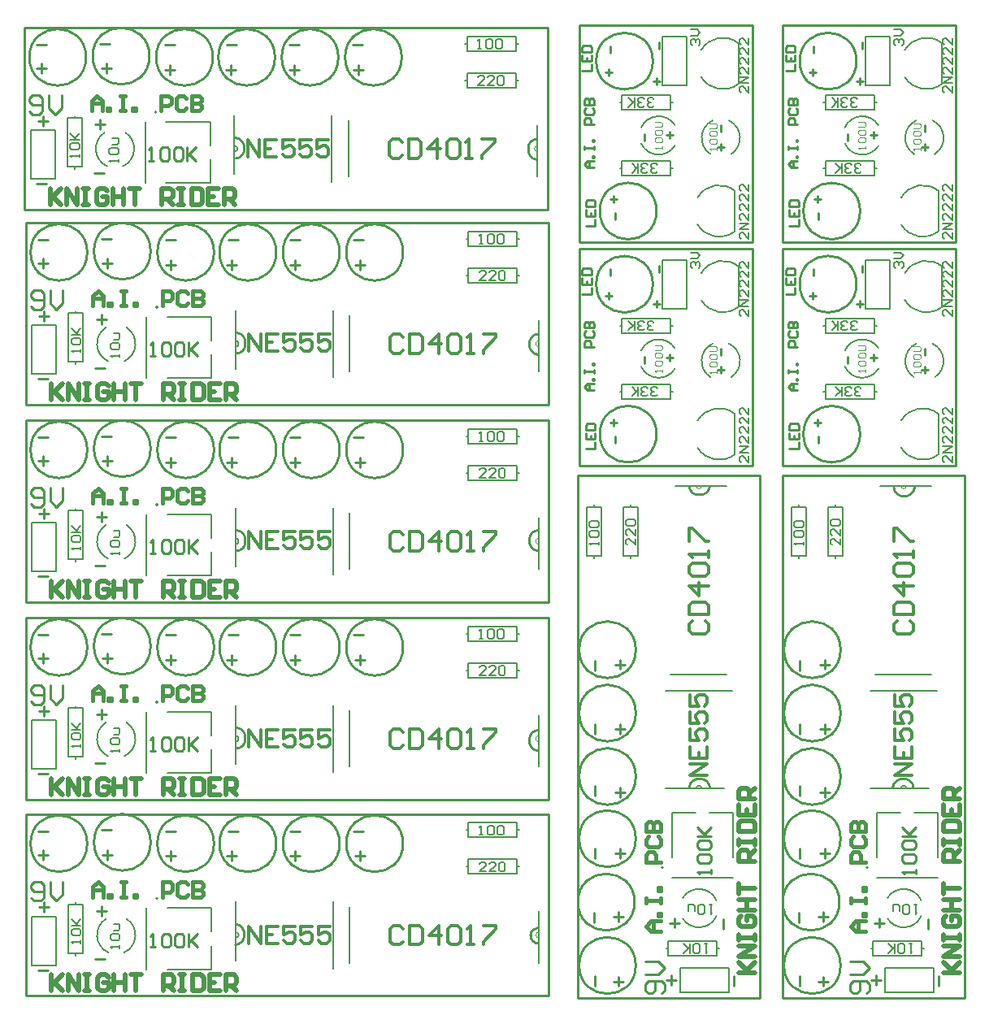
<source format=gto>
G04 Layer_Color=65535*
%FSLAX25Y25*%
%MOIN*%
G70*
G01*
G75*
%ADD28C,0.01000*%
%ADD29C,0.00787*%
%ADD30C,0.00800*%
%ADD31C,0.00000*%
%ADD32C,0.00600*%
%ADD33C,0.00500*%
%ADD34C,0.00394*%
%ADD35C,0.01181*%
%ADD36C,0.01968*%
%ADD37C,0.01575*%
D28*
X362000Y207500D02*
G03*
X366500Y211000I500J4000D01*
G01*
X358000D02*
G03*
X362000Y207500I3750J250D01*
G01*
X278000Y208000D02*
G03*
X282500Y211500I500J4000D01*
G01*
X274000D02*
G03*
X278000Y208000I3750J250D01*
G01*
X208000Y350000D02*
G03*
X211500Y345500I4000J-500D01*
G01*
Y354000D02*
G03*
X208000Y350000I250J-3750D01*
G01*
X208500Y270000D02*
G03*
X212000Y265500I4000J-500D01*
G01*
Y274000D02*
G03*
X208500Y270000I250J-3750D01*
G01*
Y189500D02*
G03*
X212000Y185000I4000J-500D01*
G01*
Y193500D02*
G03*
X208500Y189500I250J-3750D01*
G01*
Y107500D02*
G03*
X212000Y103000I4000J-500D01*
G01*
Y111500D02*
G03*
X208500Y107500I250J-3750D01*
G01*
X362000Y91500D02*
G03*
X357500Y88000I-500J-4000D01*
G01*
X366000D02*
G03*
X362000Y91500I-3750J-250D01*
G01*
X278500D02*
G03*
X274000Y88000I-500J-4000D01*
G01*
X282500D02*
G03*
X278500Y91500I-3750J-250D01*
G01*
X91500Y350000D02*
G03*
X88000Y354500I-4000J500D01*
G01*
Y346000D02*
G03*
X91500Y350000I-250J3750D01*
G01*
X92000Y270000D02*
G03*
X88500Y274500I-4000J500D01*
G01*
Y266000D02*
G03*
X92000Y270000I-250J3750D01*
G01*
Y189000D02*
G03*
X88500Y193500I-4000J500D01*
G01*
Y185000D02*
G03*
X92000Y189000I-250J3750D01*
G01*
Y108000D02*
G03*
X88500Y112500I-4000J500D01*
G01*
Y104000D02*
G03*
X92000Y108000I-250J3750D01*
G01*
X212300Y30500D02*
G03*
X209000Y27500I-150J-3150D01*
G01*
D02*
G03*
X212000Y24000I3250J-250D01*
G01*
X88000Y23500D02*
G03*
X91500Y27500I-250J3750D01*
G01*
D02*
G03*
X88000Y32000I-4000J500D01*
G01*
X344114Y232937D02*
G03*
X344114Y232937I-11614J0D01*
G01*
X342614Y294437D02*
G03*
X342614Y294437I-11614J0D01*
G01*
Y385937D02*
G03*
X342614Y385937I-11614J0D01*
G01*
X344114Y324437D02*
G03*
X344114Y324437I-11614J0D01*
G01*
X260614D02*
G03*
X260614Y324437I-11614J0D01*
G01*
X259114Y385937D02*
G03*
X259114Y385937I-11614J0D01*
G01*
Y294437D02*
G03*
X259114Y294437I-11614J0D01*
G01*
X260614Y232937D02*
G03*
X260614Y232937I-11614J0D01*
G01*
X336114Y15000D02*
G03*
X336114Y15000I-11614J0D01*
G01*
X335614Y41000D02*
G03*
X335614Y41000I-11614J0D01*
G01*
X336114Y67000D02*
G03*
X336114Y67000I-11614J0D01*
G01*
Y92500D02*
G03*
X336114Y92500I-11614J0D01*
G01*
Y118500D02*
G03*
X336114Y118500I-11614J0D01*
G01*
Y144500D02*
G03*
X336114Y144500I-11614J0D01*
G01*
X252114Y15000D02*
G03*
X252114Y15000I-11614J0D01*
G01*
X251614Y41000D02*
G03*
X251614Y41000I-11614J0D01*
G01*
X252114Y67000D02*
G03*
X252114Y67000I-11614J0D01*
G01*
Y92500D02*
G03*
X252114Y92500I-11614J0D01*
G01*
Y118500D02*
G03*
X252114Y118500I-11614J0D01*
G01*
Y144500D02*
G03*
X252114Y144500I-11614J0D01*
G01*
X27114Y145500D02*
G03*
X27114Y145500I-11614J0D01*
G01*
X53114Y146000D02*
G03*
X53114Y146000I-11614J0D01*
G01*
X79114Y145500D02*
G03*
X79114Y145500I-11614J0D01*
G01*
X104614D02*
G03*
X104614Y145500I-11614J0D01*
G01*
X130614D02*
G03*
X130614Y145500I-11614J0D01*
G01*
X156614D02*
G03*
X156614Y145500I-11614J0D01*
G01*
X27114Y226500D02*
G03*
X27114Y226500I-11614J0D01*
G01*
X53114Y227000D02*
G03*
X53114Y227000I-11614J0D01*
G01*
X79114Y226500D02*
G03*
X79114Y226500I-11614J0D01*
G01*
X104614D02*
G03*
X104614Y226500I-11614J0D01*
G01*
X130614D02*
G03*
X130614Y226500I-11614J0D01*
G01*
X156614D02*
G03*
X156614Y226500I-11614J0D01*
G01*
X27114Y307500D02*
G03*
X27114Y307500I-11614J0D01*
G01*
X53114Y308000D02*
G03*
X53114Y308000I-11614J0D01*
G01*
X79114Y307500D02*
G03*
X79114Y307500I-11614J0D01*
G01*
X104614D02*
G03*
X104614Y307500I-11614J0D01*
G01*
X130614D02*
G03*
X130614Y307500I-11614J0D01*
G01*
X156614D02*
G03*
X156614Y307500I-11614J0D01*
G01*
X26614Y387500D02*
G03*
X26614Y387500I-11614J0D01*
G01*
X52614Y388000D02*
G03*
X52614Y388000I-11614J0D01*
G01*
X78614Y387500D02*
G03*
X78614Y387500I-11614J0D01*
G01*
X104114D02*
G03*
X104114Y387500I-11614J0D01*
G01*
X130114D02*
G03*
X130114Y387500I-11614J0D01*
G01*
X156114D02*
G03*
X156114Y387500I-11614J0D01*
G01*
X27114Y65000D02*
G03*
X27114Y65000I-11614J0D01*
G01*
X53114Y65500D02*
G03*
X53114Y65500I-11614J0D01*
G01*
X79114Y65000D02*
G03*
X79114Y65000I-11614J0D01*
G01*
X104614D02*
G03*
X104614Y65000I-11614J0D01*
G01*
X130614D02*
G03*
X130614Y65000I-11614J0D01*
G01*
X156614D02*
G03*
X156614Y65000I-11614J0D01*
G01*
X312500Y220000D02*
X383276D01*
X312500Y220409D02*
Y309000D01*
X383500D01*
Y220000D02*
Y308992D01*
Y311500D02*
Y400492D01*
X312500Y400500D02*
X383500D01*
X312500Y311910D02*
Y400500D01*
Y311500D02*
X383276D01*
X229000D02*
X299776D01*
X229000Y311910D02*
Y400500D01*
X300000D01*
Y311500D02*
Y400492D01*
Y220000D02*
Y308992D01*
X229000Y309000D02*
X300000D01*
X229000Y220409D02*
Y309000D01*
Y220000D02*
X299776D01*
X312500Y1500D02*
Y216000D01*
X387000D01*
X312500Y1500D02*
X387000D01*
Y216000D01*
X228500Y1500D02*
Y216000D01*
X303000D01*
X228500Y1500D02*
X303000D01*
Y216000D01*
X2000Y157500D02*
X216500D01*
Y83000D02*
Y157500D01*
X2000Y83000D02*
Y157500D01*
Y83000D02*
X216500D01*
X2000Y238500D02*
X216500D01*
Y164000D02*
Y238500D01*
X2000Y164000D02*
Y238500D01*
Y164000D02*
X216500D01*
X2000Y319500D02*
X216500D01*
Y245000D02*
Y319500D01*
X2000Y245000D02*
Y319500D01*
Y245000D02*
X216500D01*
X1500Y399500D02*
X216000D01*
Y325000D02*
Y399500D01*
X1500Y325000D02*
Y399500D01*
Y325000D02*
X216000D01*
X2000Y2500D02*
X216500D01*
X2000D02*
Y77000D01*
X216500Y2500D02*
Y77000D01*
X2000D02*
X216500D01*
X326532Y236437D02*
Y239061D01*
X325220Y237749D02*
X327844D01*
X318500Y250937D02*
X315876D01*
X314564Y252249D01*
X315876Y253561D01*
X318500D01*
X316532D01*
Y250937D01*
X318500Y254873D02*
X317844D01*
Y255529D01*
X318500D01*
Y254873D01*
X314564Y258153D02*
Y259464D01*
Y258808D01*
X318500D01*
Y258153D01*
Y259464D01*
Y261432D02*
X317844D01*
Y262088D01*
X318500D01*
Y261432D01*
Y268648D02*
X314564D01*
Y270616D01*
X315220Y271272D01*
X316532D01*
X317188Y270616D01*
Y268648D01*
X315220Y275207D02*
X314564Y274551D01*
Y273239D01*
X315220Y272584D01*
X317844D01*
X318500Y273239D01*
Y274551D01*
X317844Y275207D01*
X314564Y276519D02*
X318500D01*
Y278487D01*
X317844Y279143D01*
X317188D01*
X316532Y278487D01*
Y276519D01*
Y278487D01*
X315876Y279143D01*
X315220D01*
X314564Y278487D01*
Y276519D01*
X327032Y229437D02*
Y232061D01*
X324532Y288437D02*
Y291061D01*
X323220Y289749D02*
X325844D01*
X325032Y297937D02*
Y300561D01*
X349532Y262937D02*
Y265561D01*
X348220Y264249D02*
X350844D01*
X370532Y257937D02*
Y260561D01*
X369220Y259249D02*
X371844D01*
X344032Y284937D02*
Y287561D01*
X342720Y286249D02*
X345344D01*
X370532Y265437D02*
Y268061D01*
X339032Y261937D02*
Y264561D01*
X345032Y299437D02*
Y302061D01*
X315064Y226937D02*
X319000D01*
Y229561D01*
X315064Y233497D02*
Y230873D01*
X319000D01*
Y233497D01*
X317032Y230873D02*
Y232185D01*
X315064Y234808D02*
X319000D01*
Y236776D01*
X318344Y237432D01*
X315720D01*
X315064Y236776D01*
Y234808D01*
X313564Y290437D02*
X317500D01*
Y293061D01*
X313564Y296997D02*
Y294373D01*
X317500D01*
Y296997D01*
X315532Y294373D02*
Y295685D01*
X313564Y298308D02*
X317500D01*
Y300276D01*
X316844Y300932D01*
X314220D01*
X313564Y300276D01*
Y298308D01*
Y381937D02*
X317500D01*
Y384561D01*
X313564Y388497D02*
Y385873D01*
X317500D01*
Y388497D01*
X315532Y385873D02*
Y387185D01*
X313564Y389809D02*
X317500D01*
Y391776D01*
X316844Y392432D01*
X314220D01*
X313564Y391776D01*
Y389809D01*
X315064Y318437D02*
X319000D01*
Y321061D01*
X315064Y324997D02*
Y322373D01*
X319000D01*
Y324997D01*
X317032Y322373D02*
Y323685D01*
X315064Y326308D02*
X319000D01*
Y328276D01*
X318344Y328932D01*
X315720D01*
X315064Y328276D01*
Y326308D01*
X345032Y390937D02*
Y393561D01*
X339032Y353437D02*
Y356061D01*
X370532Y356937D02*
Y359561D01*
X344032Y376437D02*
Y379061D01*
X342720Y377749D02*
X345344D01*
X370532Y349437D02*
Y352061D01*
X369220Y350749D02*
X371844D01*
X349532Y354437D02*
Y357061D01*
X348220Y355749D02*
X350844D01*
X325032Y389437D02*
Y392061D01*
X324532Y379937D02*
Y382561D01*
X323220Y381249D02*
X325844D01*
X327032Y320937D02*
Y323561D01*
X318500Y342437D02*
X315876D01*
X314564Y343749D01*
X315876Y345061D01*
X318500D01*
X316532D01*
Y342437D01*
X318500Y346373D02*
X317844D01*
Y347029D01*
X318500D01*
Y346373D01*
X314564Y349653D02*
Y350964D01*
Y350308D01*
X318500D01*
Y349653D01*
Y350964D01*
Y352932D02*
X317844D01*
Y353588D01*
X318500D01*
Y352932D01*
Y360148D02*
X314564D01*
Y362116D01*
X315220Y362772D01*
X316532D01*
X317188Y362116D01*
Y360148D01*
X315220Y366707D02*
X314564Y366051D01*
Y364739D01*
X315220Y364084D01*
X317844D01*
X318500Y364739D01*
Y366051D01*
X317844Y366707D01*
X314564Y368019D02*
X318500D01*
Y369987D01*
X317844Y370643D01*
X317188D01*
X316532Y369987D01*
Y368019D01*
Y369987D01*
X315876Y370643D01*
X315220D01*
X314564Y369987D01*
Y368019D01*
X326532Y327937D02*
Y330561D01*
X325220Y329249D02*
X327844D01*
X243032Y327937D02*
Y330561D01*
X241720Y329249D02*
X244344D01*
X235000Y342437D02*
X232376D01*
X231064Y343749D01*
X232376Y345061D01*
X235000D01*
X233032D01*
Y342437D01*
X235000Y346373D02*
X234344D01*
Y347029D01*
X235000D01*
Y346373D01*
X231064Y349653D02*
Y350964D01*
Y350308D01*
X235000D01*
Y349653D01*
Y350964D01*
Y352932D02*
X234344D01*
Y353588D01*
X235000D01*
Y352932D01*
Y360148D02*
X231064D01*
Y362116D01*
X231720Y362772D01*
X233032D01*
X233688Y362116D01*
Y360148D01*
X231720Y366707D02*
X231064Y366051D01*
Y364739D01*
X231720Y364084D01*
X234344D01*
X235000Y364739D01*
Y366051D01*
X234344Y366707D01*
X231064Y368019D02*
X235000D01*
Y369987D01*
X234344Y370643D01*
X233688D01*
X233032Y369987D01*
Y368019D01*
Y369987D01*
X232376Y370643D01*
X231720D01*
X231064Y369987D01*
Y368019D01*
X243532Y320937D02*
Y323561D01*
X241032Y379937D02*
Y382561D01*
X239720Y381249D02*
X242344D01*
X241532Y389437D02*
Y392061D01*
X266032Y354437D02*
Y357061D01*
X264720Y355749D02*
X267344D01*
X287032Y349437D02*
Y352061D01*
X285720Y350749D02*
X288344D01*
X260532Y376437D02*
Y379061D01*
X259220Y377749D02*
X261844D01*
X287032Y356937D02*
Y359561D01*
X255532Y353437D02*
Y356061D01*
X261532Y390937D02*
Y393561D01*
X231564Y318437D02*
X235500D01*
Y321061D01*
X231564Y324997D02*
Y322373D01*
X235500D01*
Y324997D01*
X233532Y322373D02*
Y323685D01*
X231564Y326308D02*
X235500D01*
Y328276D01*
X234844Y328932D01*
X232220D01*
X231564Y328276D01*
Y326308D01*
X230064Y381937D02*
X234000D01*
Y384561D01*
X230064Y388497D02*
Y385873D01*
X234000D01*
Y388497D01*
X232032Y385873D02*
Y387185D01*
X230064Y389809D02*
X234000D01*
Y391776D01*
X233344Y392432D01*
X230720D01*
X230064Y391776D01*
Y389809D01*
Y290437D02*
X234000D01*
Y293061D01*
X230064Y296997D02*
Y294373D01*
X234000D01*
Y296997D01*
X232032Y294373D02*
Y295685D01*
X230064Y298308D02*
X234000D01*
Y300276D01*
X233344Y300932D01*
X230720D01*
X230064Y300276D01*
Y298308D01*
X231564Y226937D02*
X235500D01*
Y229561D01*
X231564Y233497D02*
Y230873D01*
X235500D01*
Y233497D01*
X233532Y230873D02*
Y232185D01*
X231564Y234808D02*
X235500D01*
Y236776D01*
X234844Y237432D01*
X232220D01*
X231564Y236776D01*
Y234808D01*
X261532Y299437D02*
Y302061D01*
X255532Y261937D02*
Y264561D01*
X287032Y265437D02*
Y268061D01*
X260532Y284937D02*
Y287561D01*
X259220Y286249D02*
X261844D01*
X287032Y257937D02*
Y260561D01*
X285720Y259249D02*
X288344D01*
X266032Y262937D02*
Y265561D01*
X264720Y264249D02*
X267344D01*
X241532Y297937D02*
Y300561D01*
X241032Y288437D02*
Y291061D01*
X239720Y289749D02*
X242344D01*
X243532Y229437D02*
Y232061D01*
X235000Y250937D02*
X232376D01*
X231064Y252249D01*
X232376Y253561D01*
X235000D01*
X233032D01*
Y250937D01*
X235000Y254873D02*
X234344D01*
Y255529D01*
X235000D01*
Y254873D01*
X231064Y258153D02*
Y259464D01*
Y258808D01*
X235000D01*
Y258153D01*
Y259464D01*
Y261432D02*
X234344D01*
Y262088D01*
X235000D01*
Y261432D01*
Y268648D02*
X231064D01*
Y270616D01*
X231720Y271272D01*
X233032D01*
X233688Y270616D01*
Y268648D01*
X231720Y275207D02*
X231064Y274551D01*
Y273239D01*
X231720Y272584D01*
X234344D01*
X235000Y273239D01*
Y274551D01*
X234344Y275207D01*
X231064Y276519D02*
X235000D01*
Y278487D01*
X234344Y279143D01*
X233688D01*
X233032Y278487D01*
Y276519D01*
Y278487D01*
X232376Y279143D01*
X231720D01*
X231064Y278487D01*
Y276519D01*
X243032Y236437D02*
Y239061D01*
X241720Y237749D02*
X244344D01*
X367000Y52500D02*
Y54337D01*
Y53418D01*
X361490D01*
X362408Y52500D01*
Y57092D02*
X361490Y58010D01*
Y59847D01*
X362408Y60765D01*
X366082D01*
X367000Y59847D01*
Y58010D01*
X366082Y57092D01*
X362408D01*
Y62602D02*
X361490Y63520D01*
Y65357D01*
X362408Y66275D01*
X366082D01*
X367000Y65357D01*
Y63520D01*
X366082Y62602D01*
X362408D01*
X361490Y68112D02*
X367000D01*
X365163D01*
X361490Y71785D01*
X364245Y69030D01*
X367000Y71785D01*
X346688Y3500D02*
X348000Y4812D01*
Y7436D01*
X346688Y8748D01*
X341440D01*
X340128Y7436D01*
Y4812D01*
X341440Y3500D01*
X342752D01*
X344064Y4812D01*
Y8748D01*
X340128Y11372D02*
X345376D01*
X348000Y13995D01*
X345376Y16619D01*
X340128D01*
X329048Y6500D02*
Y10436D01*
X327080Y8468D02*
X331016D01*
X329048Y33000D02*
Y36936D01*
X327080Y34968D02*
X331016D01*
X329548Y59000D02*
Y62936D01*
X327580Y60968D02*
X331516D01*
X329548Y84000D02*
Y87936D01*
X327580Y85968D02*
X331516D01*
X329548Y110000D02*
Y113936D01*
X327580Y111968D02*
X331516D01*
X329548Y136500D02*
Y140436D01*
X327580Y138468D02*
X331516D01*
X352048Y30500D02*
Y34436D01*
X350080Y32468D02*
X354016D01*
X350548Y7000D02*
Y10936D01*
X348580Y8968D02*
X352516D01*
X319501Y6500D02*
Y10499D01*
X319001Y32500D02*
Y36499D01*
X319501Y59000D02*
Y62999D01*
Y84500D02*
Y88499D01*
Y110000D02*
Y113999D01*
Y136000D02*
Y139999D01*
X372001Y30000D02*
Y33999D01*
X376501Y6500D02*
Y10499D01*
X283000Y52500D02*
Y54337D01*
Y53418D01*
X277490D01*
X278408Y52500D01*
Y57092D02*
X277490Y58010D01*
Y59847D01*
X278408Y60765D01*
X282082D01*
X283000Y59847D01*
Y58010D01*
X282082Y57092D01*
X278408D01*
Y62602D02*
X277490Y63520D01*
Y65357D01*
X278408Y66275D01*
X282082D01*
X283000Y65357D01*
Y63520D01*
X282082Y62602D01*
X278408D01*
X277490Y68112D02*
X283000D01*
X281163D01*
X277490Y71785D01*
X280245Y69030D01*
X283000Y71785D01*
X262688Y3500D02*
X264000Y4812D01*
Y7436D01*
X262688Y8748D01*
X257440D01*
X256129Y7436D01*
Y4812D01*
X257440Y3500D01*
X258752D01*
X260064Y4812D01*
Y8748D01*
X256129Y11372D02*
X261376D01*
X264000Y13995D01*
X261376Y16619D01*
X256129D01*
X245048Y6500D02*
Y10436D01*
X243080Y8468D02*
X247016D01*
X245048Y33000D02*
Y36936D01*
X243080Y34968D02*
X247016D01*
X245548Y59000D02*
Y62936D01*
X243580Y60968D02*
X247516D01*
X245548Y84000D02*
Y87936D01*
X243580Y85968D02*
X247516D01*
X245548Y110000D02*
Y113936D01*
X243580Y111968D02*
X247516D01*
X245548Y136500D02*
Y140436D01*
X243580Y138468D02*
X247516D01*
X268048Y30500D02*
Y34436D01*
X266080Y32468D02*
X270016D01*
X266548Y7000D02*
Y10936D01*
X264580Y8968D02*
X268516D01*
X235501Y6500D02*
Y10499D01*
X235001Y32500D02*
Y36499D01*
X235501Y59000D02*
Y62999D01*
Y84500D02*
Y88499D01*
Y110000D02*
Y113999D01*
Y136000D02*
Y139999D01*
X288001Y30000D02*
Y33999D01*
X292501Y6500D02*
Y10499D01*
X53000Y103000D02*
X54837D01*
X53918D01*
Y108510D01*
X53000Y107592D01*
X57592D02*
X58510Y108510D01*
X60347D01*
X61265Y107592D01*
Y103918D01*
X60347Y103000D01*
X58510D01*
X57592Y103918D01*
Y107592D01*
X63102D02*
X64020Y108510D01*
X65857D01*
X66775Y107592D01*
Y103918D01*
X65857Y103000D01*
X64020D01*
X63102Y103918D01*
Y107592D01*
X68612Y108510D02*
Y103000D01*
Y104837D01*
X72285Y108510D01*
X69530Y105755D01*
X72285Y103000D01*
X4000Y123312D02*
X5312Y122000D01*
X7936D01*
X9248Y123312D01*
Y128560D01*
X7936Y129871D01*
X5312D01*
X4000Y128560D01*
Y127248D01*
X5312Y125936D01*
X9248D01*
X11872Y129871D02*
Y124624D01*
X14495Y122000D01*
X17119Y124624D01*
Y129871D01*
X7000Y140952D02*
X10936D01*
X8968Y142920D02*
Y138984D01*
X33500Y140952D02*
X37436D01*
X35468Y142920D02*
Y138984D01*
X59500Y140452D02*
X63436D01*
X61468Y142420D02*
Y138484D01*
X84500Y140452D02*
X88436D01*
X86468Y142420D02*
Y138484D01*
X110500Y140452D02*
X114436D01*
X112468Y142420D02*
Y138484D01*
X137000Y140452D02*
X140936D01*
X138968Y142420D02*
Y138484D01*
X31000Y117952D02*
X34936D01*
X32968Y119920D02*
Y115984D01*
X7500Y119452D02*
X11436D01*
X9468Y121420D02*
Y117484D01*
X7000Y150499D02*
X10999D01*
X33000Y150999D02*
X36999D01*
X59500Y150499D02*
X63499D01*
X85000D02*
X88999D01*
X110500D02*
X114499D01*
X136500D02*
X140499D01*
X30500Y97999D02*
X34499D01*
X7000Y93499D02*
X10999D01*
X53000Y184000D02*
X54837D01*
X53918D01*
Y189510D01*
X53000Y188592D01*
X57592D02*
X58510Y189510D01*
X60347D01*
X61265Y188592D01*
Y184918D01*
X60347Y184000D01*
X58510D01*
X57592Y184918D01*
Y188592D01*
X63102D02*
X64020Y189510D01*
X65857D01*
X66775Y188592D01*
Y184918D01*
X65857Y184000D01*
X64020D01*
X63102Y184918D01*
Y188592D01*
X68612Y189510D02*
Y184000D01*
Y185837D01*
X72285Y189510D01*
X69530Y186755D01*
X72285Y184000D01*
X4000Y204312D02*
X5312Y203000D01*
X7936D01*
X9248Y204312D01*
Y209560D01*
X7936Y210872D01*
X5312D01*
X4000Y209560D01*
Y208248D01*
X5312Y206936D01*
X9248D01*
X11872Y210872D02*
Y205624D01*
X14495Y203000D01*
X17119Y205624D01*
Y210872D01*
X7000Y221952D02*
X10936D01*
X8968Y223920D02*
Y219984D01*
X33500Y221952D02*
X37436D01*
X35468Y223920D02*
Y219984D01*
X59500Y221452D02*
X63436D01*
X61468Y223420D02*
Y219484D01*
X84500Y221452D02*
X88436D01*
X86468Y223420D02*
Y219484D01*
X110500Y221452D02*
X114436D01*
X112468Y223420D02*
Y219484D01*
X137000Y221452D02*
X140936D01*
X138968Y223420D02*
Y219484D01*
X31000Y198952D02*
X34936D01*
X32968Y200920D02*
Y196984D01*
X7500Y200452D02*
X11436D01*
X9468Y202420D02*
Y198484D01*
X7000Y231499D02*
X10999D01*
X33000Y231999D02*
X36999D01*
X59500Y231499D02*
X63499D01*
X85000D02*
X88999D01*
X110500D02*
X114499D01*
X136500D02*
X140499D01*
X30500Y178999D02*
X34499D01*
X7000Y174499D02*
X10999D01*
X53000Y265000D02*
X54837D01*
X53918D01*
Y270510D01*
X53000Y269592D01*
X57592D02*
X58510Y270510D01*
X60347D01*
X61265Y269592D01*
Y265918D01*
X60347Y265000D01*
X58510D01*
X57592Y265918D01*
Y269592D01*
X63102D02*
X64020Y270510D01*
X65857D01*
X66775Y269592D01*
Y265918D01*
X65857Y265000D01*
X64020D01*
X63102Y265918D01*
Y269592D01*
X68612Y270510D02*
Y265000D01*
Y266837D01*
X72285Y270510D01*
X69530Y267755D01*
X72285Y265000D01*
X4000Y285312D02*
X5312Y284000D01*
X7936D01*
X9248Y285312D01*
Y290560D01*
X7936Y291872D01*
X5312D01*
X4000Y290560D01*
Y289248D01*
X5312Y287936D01*
X9248D01*
X11872Y291872D02*
Y286624D01*
X14495Y284000D01*
X17119Y286624D01*
Y291872D01*
X7000Y302952D02*
X10936D01*
X8968Y304920D02*
Y300984D01*
X33500Y302952D02*
X37436D01*
X35468Y304920D02*
Y300984D01*
X59500Y302452D02*
X63436D01*
X61468Y304420D02*
Y300484D01*
X84500Y302452D02*
X88436D01*
X86468Y304420D02*
Y300484D01*
X110500Y302452D02*
X114436D01*
X112468Y304420D02*
Y300484D01*
X137000Y302452D02*
X140936D01*
X138968Y304420D02*
Y300484D01*
X31000Y279952D02*
X34936D01*
X32968Y281920D02*
Y277984D01*
X7500Y281452D02*
X11436D01*
X9468Y283420D02*
Y279484D01*
X7000Y312499D02*
X10999D01*
X33000Y312999D02*
X36999D01*
X59500Y312499D02*
X63499D01*
X85000D02*
X88999D01*
X110500D02*
X114499D01*
X136500D02*
X140499D01*
X30500Y259999D02*
X34499D01*
X7000Y255499D02*
X10999D01*
X52500Y345000D02*
X54337D01*
X53418D01*
Y350510D01*
X52500Y349592D01*
X57092D02*
X58010Y350510D01*
X59847D01*
X60765Y349592D01*
Y345918D01*
X59847Y345000D01*
X58010D01*
X57092Y345918D01*
Y349592D01*
X62602D02*
X63520Y350510D01*
X65357D01*
X66275Y349592D01*
Y345918D01*
X65357Y345000D01*
X63520D01*
X62602Y345918D01*
Y349592D01*
X68112Y350510D02*
Y345000D01*
Y346837D01*
X71785Y350510D01*
X69030Y347755D01*
X71785Y345000D01*
X3500Y365312D02*
X4812Y364000D01*
X7436D01*
X8748Y365312D01*
Y370560D01*
X7436Y371871D01*
X4812D01*
X3500Y370560D01*
Y369248D01*
X4812Y367936D01*
X8748D01*
X11372Y371871D02*
Y366624D01*
X13995Y364000D01*
X16619Y366624D01*
Y371871D01*
X6500Y382952D02*
X10436D01*
X8468Y384920D02*
Y380984D01*
X33000Y382952D02*
X36936D01*
X34968Y384920D02*
Y380984D01*
X59000Y382452D02*
X62936D01*
X60968Y384420D02*
Y380484D01*
X84000Y382452D02*
X87936D01*
X85968Y384420D02*
Y380484D01*
X110000Y382452D02*
X113936D01*
X111968Y384420D02*
Y380484D01*
X136500Y382452D02*
X140436D01*
X138468Y384420D02*
Y380484D01*
X30500Y359952D02*
X34436D01*
X32468Y361920D02*
Y357984D01*
X7000Y361452D02*
X10936D01*
X8968Y363420D02*
Y359484D01*
X6500Y392499D02*
X10499D01*
X32500Y392999D02*
X36499D01*
X59000Y392499D02*
X62999D01*
X84500D02*
X88499D01*
X110000D02*
X113999D01*
X136000D02*
X139999D01*
X30000Y339999D02*
X33999D01*
X6500Y335499D02*
X10499D01*
X7000Y12999D02*
X10999D01*
X30500Y17499D02*
X34499D01*
X136500Y69999D02*
X140499D01*
X110500D02*
X114499D01*
X85000D02*
X88999D01*
X59500D02*
X63499D01*
X33000Y70499D02*
X36999D01*
X7000Y69999D02*
X10999D01*
X7500Y38952D02*
X11436D01*
X9468Y40920D02*
Y36984D01*
X31000Y37452D02*
X34936D01*
X32968Y39420D02*
Y35484D01*
X137000Y59952D02*
X140936D01*
X138968Y61920D02*
Y57984D01*
X110500Y59952D02*
X114436D01*
X112468Y61920D02*
Y57984D01*
X84500Y59952D02*
X88436D01*
X86468Y61920D02*
Y57984D01*
X59500Y59952D02*
X63436D01*
X61468Y61920D02*
Y57984D01*
X33500Y60452D02*
X37436D01*
X35468Y62420D02*
Y58484D01*
X7000Y60452D02*
X10936D01*
X8968Y62420D02*
Y58484D01*
X4000Y42812D02*
X5312Y41500D01*
X7936D01*
X9248Y42812D01*
Y48060D01*
X7936Y49371D01*
X5312D01*
X4000Y48060D01*
Y46748D01*
X5312Y45436D01*
X9248D01*
X11872Y49371D02*
Y44124D01*
X14495Y41500D01*
X17119Y44124D01*
Y49371D01*
X53000Y22500D02*
X54837D01*
X53918D01*
Y28010D01*
X53000Y27092D01*
X57592D02*
X58510Y28010D01*
X60347D01*
X61265Y27092D01*
Y23418D01*
X60347Y22500D01*
X58510D01*
X57592Y23418D01*
Y27092D01*
X63102D02*
X64020Y28010D01*
X65857D01*
X66775Y27092D01*
Y23418D01*
X65857Y22500D01*
X64020D01*
X63102Y23418D01*
Y27092D01*
X68612Y28010D02*
Y22500D01*
Y24337D01*
X72285Y28010D01*
X69530Y25255D01*
X72285Y22500D01*
D29*
X374732Y256297D02*
G03*
X373774Y270098I-4232J6640D01*
G01*
X367226D02*
G03*
X366268Y256297I3274J-7161D01*
G01*
X351640Y268169D02*
G03*
X337839Y267211I-6640J-4232D01*
G01*
Y260663D02*
G03*
X351640Y259705I7161J3274D01*
G01*
Y359669D02*
G03*
X337839Y358711I-6640J-4232D01*
G01*
Y352163D02*
G03*
X351640Y351205I7161J3274D01*
G01*
X374732Y347797D02*
G03*
X373774Y361598I-4232J6640D01*
G01*
X367226D02*
G03*
X366268Y347797I3274J-7161D01*
G01*
X291232D02*
G03*
X290274Y361598I-4232J6640D01*
G01*
X283726D02*
G03*
X282768Y347797I3274J-7161D01*
G01*
X268140Y359669D02*
G03*
X254339Y358711I-6640J-4232D01*
G01*
Y352163D02*
G03*
X268140Y351205I7161J3274D01*
G01*
Y268169D02*
G03*
X254339Y267211I-6640J-4232D01*
G01*
Y260663D02*
G03*
X268140Y259705I7161J3274D01*
G01*
X291232Y256297D02*
G03*
X290274Y270098I-4232J6640D01*
G01*
X283726D02*
G03*
X282768Y256297I3274J-7161D01*
G01*
X369161Y41774D02*
G03*
X355360Y42732I-7161J-3274D01*
G01*
Y34268D02*
G03*
X369161Y35226I6640J4232D01*
G01*
X347358Y55158D02*
G03*
X347358Y55158I-394J0D01*
G01*
X285161Y41774D02*
G03*
X271360Y42732I-7161J-3274D01*
G01*
Y34268D02*
G03*
X285161Y35226I6640J4232D01*
G01*
X263358Y55158D02*
G03*
X263358Y55158I-394J0D01*
G01*
X42274Y100839D02*
G03*
X43232Y114640I-3274J7161D01*
G01*
X34768D02*
G03*
X35726Y100839I4232J-6640D01*
G01*
X56051Y123035D02*
G03*
X56051Y123035I-394J0D01*
G01*
X42274Y181839D02*
G03*
X43232Y195640I-3274J7161D01*
G01*
X34768D02*
G03*
X35726Y181839I4232J-6640D01*
G01*
X56051Y204035D02*
G03*
X56051Y204035I-394J0D01*
G01*
X42274Y262839D02*
G03*
X43232Y276640I-3274J7161D01*
G01*
X34768D02*
G03*
X35726Y262839I4232J-6640D01*
G01*
X56051Y285035D02*
G03*
X56051Y285035I-394J0D01*
G01*
X41774Y342839D02*
G03*
X42732Y356640I-3274J7161D01*
G01*
X34268D02*
G03*
X35226Y342839I4232J-6640D01*
G01*
X55551Y365035D02*
G03*
X55551Y365035I-394J0D01*
G01*
X42274Y20339D02*
G03*
X43232Y34140I-3274J7161D01*
G01*
X34768D02*
G03*
X35726Y20339I4232J-6640D01*
G01*
X56051Y42535D02*
G03*
X56051Y42535I-394J0D01*
G01*
X346500Y284437D02*
Y304437D01*
Y284437D02*
X356500D01*
Y304437D01*
X346500D02*
X356500D01*
X329100Y250437D02*
X330000D01*
X350000D02*
X350900D01*
X330000D02*
Y253437D01*
X350000D01*
Y247437D02*
Y253437D01*
X330000Y247437D02*
X350000D01*
X330000D02*
Y250437D01*
X329100Y277437D02*
X330000D01*
X350000D02*
X350900D01*
X330000D02*
Y280437D01*
X350000D01*
Y274437D02*
Y280437D01*
X330000Y274437D02*
X350000D01*
X330000D02*
Y277437D01*
X329100Y368937D02*
X330000D01*
X350000D02*
X350900D01*
X330000D02*
Y371937D01*
X350000D01*
Y365937D02*
Y371937D01*
X330000Y365937D02*
X350000D01*
X330000D02*
Y368937D01*
X329100Y341937D02*
X330000D01*
X350000D02*
X350900D01*
X330000D02*
Y344937D01*
X350000D01*
Y338937D02*
Y344937D01*
X330000Y338937D02*
X350000D01*
X330000D02*
Y341937D01*
X346500Y375937D02*
Y395937D01*
Y375937D02*
X356500D01*
Y395937D01*
X346500D02*
X356500D01*
X263000Y375937D02*
Y395937D01*
Y375937D02*
X273000D01*
Y395937D01*
X263000D02*
X273000D01*
X245600Y341937D02*
X246500D01*
X266500D02*
X267400D01*
X246500D02*
Y344937D01*
X266500D01*
Y338937D02*
Y344937D01*
X246500Y338937D02*
X266500D01*
X246500D02*
Y341937D01*
X245600Y368937D02*
X246500D01*
X266500D02*
X267400D01*
X246500D02*
Y371937D01*
X266500D01*
Y365937D02*
Y371937D01*
X246500Y365937D02*
X266500D01*
X246500D02*
Y368937D01*
X245600Y277437D02*
X246500D01*
X266500D02*
X267400D01*
X246500D02*
Y280437D01*
X266500D01*
Y274437D02*
Y280437D01*
X246500Y274437D02*
X266500D01*
X246500D02*
Y277437D01*
X245600Y250437D02*
X246500D01*
X266500D02*
X267400D01*
X246500D02*
Y253437D01*
X266500D01*
Y247437D02*
Y253437D01*
X246500Y247437D02*
X266500D01*
X246500D02*
Y250437D01*
X263000Y284437D02*
Y304437D01*
Y284437D02*
X273000D01*
Y304437D01*
X263000D02*
X273000D01*
X349500Y19000D02*
Y22000D01*
Y19000D02*
X369500D01*
Y25000D01*
X349500D02*
X369500D01*
X349500Y22000D02*
Y25000D01*
X369500Y22000D02*
X370400D01*
X348600D02*
X349500D01*
X319000Y183000D02*
X322000D01*
Y203000D01*
X316000D02*
X322000D01*
X316000Y183000D02*
Y203000D01*
Y183000D02*
X319000D01*
Y203000D02*
Y203900D01*
Y182100D02*
Y183000D01*
X334000D02*
X337000D01*
Y203000D01*
X331000D02*
X337000D01*
X331000Y183000D02*
Y203000D01*
Y183000D02*
X334000D01*
Y203000D02*
Y203900D01*
Y182100D02*
Y183000D01*
X374500Y4000D02*
Y14000D01*
X354500Y4000D02*
X374500D01*
X354500D02*
Y14000D01*
X374500D01*
X265500Y19000D02*
Y22000D01*
Y19000D02*
X285500D01*
Y25000D01*
X265500D02*
X285500D01*
X265500Y22000D02*
Y25000D01*
X285500Y22000D02*
X286400D01*
X264600D02*
X265500D01*
X235000Y183000D02*
X238000D01*
Y203000D01*
X232000D02*
X238000D01*
X232000Y183000D02*
Y203000D01*
Y183000D02*
X235000D01*
Y203000D02*
Y203900D01*
Y182100D02*
Y183000D01*
X250000D02*
X253000D01*
Y203000D01*
X247000D02*
X253000D01*
X247000Y183000D02*
Y203000D01*
Y183000D02*
X250000D01*
Y203000D02*
Y203900D01*
Y182100D02*
Y183000D01*
X290500Y4000D02*
Y14000D01*
X270500Y4000D02*
X290500D01*
X270500D02*
Y14000D01*
X290500D01*
X19500Y120500D02*
X22500D01*
X19500Y100500D02*
Y120500D01*
Y100500D02*
X25500D01*
Y120500D01*
X22500D02*
X25500D01*
X22500Y99600D02*
Y100500D01*
Y120500D02*
Y121400D01*
X183500Y148000D02*
Y151000D01*
Y148000D02*
X203500D01*
Y154000D01*
X183500D02*
X203500D01*
X183500Y151000D02*
Y154000D01*
X203500Y151000D02*
X204400D01*
X182600D02*
X183500D01*
Y133000D02*
Y136000D01*
Y133000D02*
X203500D01*
Y139000D01*
X183500D02*
X203500D01*
X183500Y136000D02*
Y139000D01*
X203500Y136000D02*
X204400D01*
X182600D02*
X183500D01*
X4500Y95500D02*
X14500D01*
X4500D02*
Y115500D01*
X14500D01*
Y95500D02*
Y115500D01*
X19500Y201500D02*
X22500D01*
X19500Y181500D02*
Y201500D01*
Y181500D02*
X25500D01*
Y201500D01*
X22500D02*
X25500D01*
X22500Y180600D02*
Y181500D01*
Y201500D02*
Y202400D01*
X183500Y229000D02*
Y232000D01*
Y229000D02*
X203500D01*
Y235000D01*
X183500D02*
X203500D01*
X183500Y232000D02*
Y235000D01*
X203500Y232000D02*
X204400D01*
X182600D02*
X183500D01*
Y214000D02*
Y217000D01*
Y214000D02*
X203500D01*
Y220000D01*
X183500D02*
X203500D01*
X183500Y217000D02*
Y220000D01*
X203500Y217000D02*
X204400D01*
X182600D02*
X183500D01*
X4500Y176500D02*
X14500D01*
X4500D02*
Y196500D01*
X14500D01*
Y176500D02*
Y196500D01*
X19500Y282500D02*
X22500D01*
X19500Y262500D02*
Y282500D01*
Y262500D02*
X25500D01*
Y282500D01*
X22500D02*
X25500D01*
X22500Y261600D02*
Y262500D01*
Y282500D02*
Y283400D01*
X183500Y310000D02*
Y313000D01*
Y310000D02*
X203500D01*
Y316000D01*
X183500D02*
X203500D01*
X183500Y313000D02*
Y316000D01*
X203500Y313000D02*
X204400D01*
X182600D02*
X183500D01*
Y295000D02*
Y298000D01*
Y295000D02*
X203500D01*
Y301000D01*
X183500D02*
X203500D01*
X183500Y298000D02*
Y301000D01*
X203500Y298000D02*
X204400D01*
X182600D02*
X183500D01*
X4500Y257500D02*
X14500D01*
X4500D02*
Y277500D01*
X14500D01*
Y257500D02*
Y277500D01*
X19000Y362500D02*
X22000D01*
X19000Y342500D02*
Y362500D01*
Y342500D02*
X25000D01*
Y362500D01*
X22000D02*
X25000D01*
X22000Y341600D02*
Y342500D01*
Y362500D02*
Y363400D01*
X183000Y390000D02*
Y393000D01*
Y390000D02*
X203000D01*
Y396000D01*
X183000D02*
X203000D01*
X183000Y393000D02*
Y396000D01*
X203000Y393000D02*
X203900D01*
X182100D02*
X183000D01*
Y375000D02*
Y378000D01*
Y375000D02*
X203000D01*
Y381000D01*
X183000D02*
X203000D01*
X183000Y378000D02*
Y381000D01*
X203000Y378000D02*
X203900D01*
X182100D02*
X183000D01*
X4000Y337500D02*
X14000D01*
X4000D02*
Y357500D01*
X14000D01*
Y337500D02*
Y357500D01*
X4500Y15000D02*
X14500D01*
X4500D02*
Y35000D01*
X14500D01*
Y15000D02*
Y35000D01*
X19500Y40000D02*
X22500D01*
X19500Y20000D02*
Y40000D01*
Y20000D02*
X25500D01*
Y40000D01*
X22500D02*
X25500D01*
X22500Y19100D02*
Y20000D01*
Y40000D02*
Y40900D01*
X183500Y52500D02*
Y55500D01*
Y52500D02*
X203500D01*
Y58500D01*
X183500D02*
X203500D01*
X183500Y55500D02*
Y58500D01*
X203500Y55500D02*
X204400D01*
X182600D02*
X183500D01*
Y67500D02*
Y70500D01*
Y67500D02*
X203500D01*
Y73500D01*
X183500D02*
X203500D01*
X183500Y70500D02*
Y73500D01*
X203500Y70500D02*
X204400D01*
X182600D02*
X183500D01*
X358720Y300937D02*
X358064Y301593D01*
Y302905D01*
X358720Y303561D01*
X359376D01*
X360032Y302905D01*
Y302249D01*
Y302905D01*
X360688Y303561D01*
X361344D01*
X362000Y302905D01*
Y301593D01*
X361344Y300937D01*
X358064Y304873D02*
X360688D01*
X362000Y306185D01*
X360688Y307497D01*
X358064D01*
X344500Y249157D02*
X343844Y248501D01*
X342532D01*
X341876Y249157D01*
Y249813D01*
X342532Y250469D01*
X343188D01*
X342532D01*
X341876Y251125D01*
Y251781D01*
X342532Y252437D01*
X343844D01*
X344500Y251781D01*
X340564Y249157D02*
X339908Y248501D01*
X338596D01*
X337940Y249157D01*
Y249813D01*
X338596Y250469D01*
X339252D01*
X338596D01*
X337940Y251125D01*
Y251781D01*
X338596Y252437D01*
X339908D01*
X340564Y251781D01*
X336629Y248501D02*
Y252437D01*
Y251125D01*
X334005Y248501D01*
X335973Y250469D01*
X334005Y252437D01*
X343000Y276157D02*
X342344Y275501D01*
X341032D01*
X340376Y276157D01*
Y276813D01*
X341032Y277469D01*
X341688D01*
X341032D01*
X340376Y278125D01*
Y278781D01*
X341032Y279437D01*
X342344D01*
X343000Y278781D01*
X339064Y276157D02*
X338408Y275501D01*
X337096D01*
X336440Y276157D01*
Y276813D01*
X337096Y277469D01*
X337752D01*
X337096D01*
X336440Y278125D01*
Y278781D01*
X337096Y279437D01*
X338408D01*
X339064Y278781D01*
X335128Y275501D02*
Y279437D01*
Y278125D01*
X332505Y275501D01*
X334473Y277469D01*
X332505Y279437D01*
X382000Y224061D02*
Y221437D01*
X379376Y224061D01*
X378720D01*
X378064Y223405D01*
Y222093D01*
X378720Y221437D01*
X382000Y225373D02*
X378064D01*
X382000Y227997D01*
X378064D01*
X382000Y231932D02*
Y229309D01*
X379376Y231932D01*
X378720D01*
X378064Y231276D01*
Y229964D01*
X378720Y229309D01*
X382000Y235868D02*
Y233244D01*
X379376Y235868D01*
X378720D01*
X378064Y235212D01*
Y233900D01*
X378720Y233244D01*
X382000Y239804D02*
Y237180D01*
X379376Y239804D01*
X378720D01*
X378064Y239148D01*
Y237836D01*
X378720Y237180D01*
X382000Y243740D02*
Y241116D01*
X379376Y243740D01*
X378720D01*
X378064Y243084D01*
Y241772D01*
X378720Y241116D01*
X382000Y284061D02*
Y281437D01*
X379376Y284061D01*
X378720D01*
X378064Y283405D01*
Y282093D01*
X378720Y281437D01*
X382000Y285373D02*
X378064D01*
X382000Y287997D01*
X378064D01*
X382000Y291932D02*
Y289309D01*
X379376Y291932D01*
X378720D01*
X378064Y291276D01*
Y289964D01*
X378720Y289309D01*
X382000Y295868D02*
Y293244D01*
X379376Y295868D01*
X378720D01*
X378064Y295212D01*
Y293900D01*
X378720Y293244D01*
X382000Y299804D02*
Y297180D01*
X379376Y299804D01*
X378720D01*
X378064Y299148D01*
Y297836D01*
X378720Y297180D01*
X382000Y303740D02*
Y301116D01*
X379376Y303740D01*
X378720D01*
X378064Y303084D01*
Y301772D01*
X378720Y301116D01*
X382000Y375561D02*
Y372937D01*
X379376Y375561D01*
X378720D01*
X378064Y374905D01*
Y373593D01*
X378720Y372937D01*
X382000Y376873D02*
X378064D01*
X382000Y379497D01*
X378064D01*
X382000Y383432D02*
Y380808D01*
X379376Y383432D01*
X378720D01*
X378064Y382776D01*
Y381464D01*
X378720Y380808D01*
X382000Y387368D02*
Y384744D01*
X379376Y387368D01*
X378720D01*
X378064Y386712D01*
Y385400D01*
X378720Y384744D01*
X382000Y391304D02*
Y388680D01*
X379376Y391304D01*
X378720D01*
X378064Y390648D01*
Y389336D01*
X378720Y388680D01*
X382000Y395239D02*
Y392616D01*
X379376Y395239D01*
X378720D01*
X378064Y394584D01*
Y393272D01*
X378720Y392616D01*
X382000Y315561D02*
Y312937D01*
X379376Y315561D01*
X378720D01*
X378064Y314905D01*
Y313593D01*
X378720Y312937D01*
X382000Y316873D02*
X378064D01*
X382000Y319497D01*
X378064D01*
X382000Y323432D02*
Y320809D01*
X379376Y323432D01*
X378720D01*
X378064Y322776D01*
Y321464D01*
X378720Y320809D01*
X382000Y327368D02*
Y324744D01*
X379376Y327368D01*
X378720D01*
X378064Y326712D01*
Y325400D01*
X378720Y324744D01*
X382000Y331304D02*
Y328680D01*
X379376Y331304D01*
X378720D01*
X378064Y330648D01*
Y329336D01*
X378720Y328680D01*
X382000Y335240D02*
Y332616D01*
X379376Y335240D01*
X378720D01*
X378064Y334584D01*
Y333272D01*
X378720Y332616D01*
X343000Y367657D02*
X342344Y367001D01*
X341032D01*
X340376Y367657D01*
Y368313D01*
X341032Y368969D01*
X341688D01*
X341032D01*
X340376Y369625D01*
Y370281D01*
X341032Y370937D01*
X342344D01*
X343000Y370281D01*
X339064Y367657D02*
X338408Y367001D01*
X337096D01*
X336440Y367657D01*
Y368313D01*
X337096Y368969D01*
X337752D01*
X337096D01*
X336440Y369625D01*
Y370281D01*
X337096Y370937D01*
X338408D01*
X339064Y370281D01*
X335128Y367001D02*
Y370937D01*
Y369625D01*
X332505Y367001D01*
X334473Y368969D01*
X332505Y370937D01*
X344500Y340657D02*
X343844Y340001D01*
X342532D01*
X341876Y340657D01*
Y341313D01*
X342532Y341969D01*
X343188D01*
X342532D01*
X341876Y342625D01*
Y343281D01*
X342532Y343937D01*
X343844D01*
X344500Y343281D01*
X340564Y340657D02*
X339908Y340001D01*
X338596D01*
X337940Y340657D01*
Y341313D01*
X338596Y341969D01*
X339252D01*
X338596D01*
X337940Y342625D01*
Y343281D01*
X338596Y343937D01*
X339908D01*
X340564Y343281D01*
X336629Y340001D02*
Y343937D01*
Y342625D01*
X334005Y340001D01*
X335973Y341969D01*
X334005Y343937D01*
X358720Y392437D02*
X358064Y393093D01*
Y394405D01*
X358720Y395061D01*
X359376D01*
X360032Y394405D01*
Y393749D01*
Y394405D01*
X360688Y395061D01*
X361344D01*
X362000Y394405D01*
Y393093D01*
X361344Y392437D01*
X358064Y396373D02*
X360688D01*
X362000Y397685D01*
X360688Y398997D01*
X358064D01*
X275220Y392437D02*
X274564Y393093D01*
Y394405D01*
X275220Y395061D01*
X275876D01*
X276532Y394405D01*
Y393749D01*
Y394405D01*
X277188Y395061D01*
X277844D01*
X278500Y394405D01*
Y393093D01*
X277844Y392437D01*
X274564Y396373D02*
X277188D01*
X278500Y397685D01*
X277188Y398997D01*
X274564D01*
X261000Y340657D02*
X260344Y340001D01*
X259032D01*
X258376Y340657D01*
Y341313D01*
X259032Y341969D01*
X259688D01*
X259032D01*
X258376Y342625D01*
Y343281D01*
X259032Y343937D01*
X260344D01*
X261000Y343281D01*
X257064Y340657D02*
X256408Y340001D01*
X255096D01*
X254440Y340657D01*
Y341313D01*
X255096Y341969D01*
X255752D01*
X255096D01*
X254440Y342625D01*
Y343281D01*
X255096Y343937D01*
X256408D01*
X257064Y343281D01*
X253129Y340001D02*
Y343937D01*
Y342625D01*
X250505Y340001D01*
X252473Y341969D01*
X250505Y343937D01*
X259500Y367657D02*
X258844Y367001D01*
X257532D01*
X256876Y367657D01*
Y368313D01*
X257532Y368969D01*
X258188D01*
X257532D01*
X256876Y369625D01*
Y370281D01*
X257532Y370937D01*
X258844D01*
X259500Y370281D01*
X255564Y367657D02*
X254908Y367001D01*
X253596D01*
X252940Y367657D01*
Y368313D01*
X253596Y368969D01*
X254252D01*
X253596D01*
X252940Y369625D01*
Y370281D01*
X253596Y370937D01*
X254908D01*
X255564Y370281D01*
X251628Y367001D02*
Y370937D01*
Y369625D01*
X249005Y367001D01*
X250973Y368969D01*
X249005Y370937D01*
X298500Y315561D02*
Y312937D01*
X295876Y315561D01*
X295220D01*
X294564Y314905D01*
Y313593D01*
X295220Y312937D01*
X298500Y316873D02*
X294564D01*
X298500Y319497D01*
X294564D01*
X298500Y323432D02*
Y320809D01*
X295876Y323432D01*
X295220D01*
X294564Y322776D01*
Y321464D01*
X295220Y320809D01*
X298500Y327368D02*
Y324744D01*
X295876Y327368D01*
X295220D01*
X294564Y326712D01*
Y325400D01*
X295220Y324744D01*
X298500Y331304D02*
Y328680D01*
X295876Y331304D01*
X295220D01*
X294564Y330648D01*
Y329336D01*
X295220Y328680D01*
X298500Y335240D02*
Y332616D01*
X295876Y335240D01*
X295220D01*
X294564Y334584D01*
Y333272D01*
X295220Y332616D01*
X298500Y375561D02*
Y372937D01*
X295876Y375561D01*
X295220D01*
X294564Y374905D01*
Y373593D01*
X295220Y372937D01*
X298500Y376873D02*
X294564D01*
X298500Y379497D01*
X294564D01*
X298500Y383432D02*
Y380808D01*
X295876Y383432D01*
X295220D01*
X294564Y382776D01*
Y381464D01*
X295220Y380808D01*
X298500Y387368D02*
Y384744D01*
X295876Y387368D01*
X295220D01*
X294564Y386712D01*
Y385400D01*
X295220Y384744D01*
X298500Y391304D02*
Y388680D01*
X295876Y391304D01*
X295220D01*
X294564Y390648D01*
Y389336D01*
X295220Y388680D01*
X298500Y395239D02*
Y392616D01*
X295876Y395239D01*
X295220D01*
X294564Y394584D01*
Y393272D01*
X295220Y392616D01*
X298500Y284061D02*
Y281437D01*
X295876Y284061D01*
X295220D01*
X294564Y283405D01*
Y282093D01*
X295220Y281437D01*
X298500Y285373D02*
X294564D01*
X298500Y287997D01*
X294564D01*
X298500Y291932D02*
Y289309D01*
X295876Y291932D01*
X295220D01*
X294564Y291276D01*
Y289964D01*
X295220Y289309D01*
X298500Y295868D02*
Y293244D01*
X295876Y295868D01*
X295220D01*
X294564Y295212D01*
Y293900D01*
X295220Y293244D01*
X298500Y299804D02*
Y297180D01*
X295876Y299804D01*
X295220D01*
X294564Y299148D01*
Y297836D01*
X295220Y297180D01*
X298500Y303740D02*
Y301116D01*
X295876Y303740D01*
X295220D01*
X294564Y303084D01*
Y301772D01*
X295220Y301116D01*
X298500Y224061D02*
Y221437D01*
X295876Y224061D01*
X295220D01*
X294564Y223405D01*
Y222093D01*
X295220Y221437D01*
X298500Y225373D02*
X294564D01*
X298500Y227997D01*
X294564D01*
X298500Y231932D02*
Y229309D01*
X295876Y231932D01*
X295220D01*
X294564Y231276D01*
Y229964D01*
X295220Y229309D01*
X298500Y235868D02*
Y233244D01*
X295876Y235868D01*
X295220D01*
X294564Y235212D01*
Y233900D01*
X295220Y233244D01*
X298500Y239804D02*
Y237180D01*
X295876Y239804D01*
X295220D01*
X294564Y239148D01*
Y237836D01*
X295220Y237180D01*
X298500Y243740D02*
Y241116D01*
X295876Y243740D01*
X295220D01*
X294564Y243084D01*
Y241772D01*
X295220Y241116D01*
X259500Y276157D02*
X258844Y275501D01*
X257532D01*
X256876Y276157D01*
Y276813D01*
X257532Y277469D01*
X258188D01*
X257532D01*
X256876Y278125D01*
Y278781D01*
X257532Y279437D01*
X258844D01*
X259500Y278781D01*
X255564Y276157D02*
X254908Y275501D01*
X253596D01*
X252940Y276157D01*
Y276813D01*
X253596Y277469D01*
X254252D01*
X253596D01*
X252940Y278125D01*
Y278781D01*
X253596Y279437D01*
X254908D01*
X255564Y278781D01*
X251628Y275501D02*
Y279437D01*
Y278125D01*
X249005Y275501D01*
X250973Y277469D01*
X249005Y279437D01*
X261000Y249157D02*
X260344Y248501D01*
X259032D01*
X258376Y249157D01*
Y249813D01*
X259032Y250469D01*
X259688D01*
X259032D01*
X258376Y251125D01*
Y251781D01*
X259032Y252437D01*
X260344D01*
X261000Y251781D01*
X257064Y249157D02*
X256408Y248501D01*
X255096D01*
X254440Y249157D01*
Y249813D01*
X255096Y250469D01*
X255752D01*
X255096D01*
X254440Y251125D01*
Y251781D01*
X255096Y252437D01*
X256408D01*
X257064Y251781D01*
X253129Y248501D02*
Y252437D01*
Y251125D01*
X250505Y248501D01*
X252473Y250469D01*
X250505Y252437D01*
X275220Y300937D02*
X274564Y301593D01*
Y302905D01*
X275220Y303561D01*
X275876D01*
X276532Y302905D01*
Y302249D01*
Y302905D01*
X277188Y303561D01*
X277844D01*
X278500Y302905D01*
Y301593D01*
X277844Y300937D01*
X274564Y304873D02*
X277188D01*
X278500Y306185D01*
X277188Y307497D01*
X274564D01*
X321000Y187500D02*
Y188812D01*
Y188156D01*
X317064D01*
X317720Y187500D01*
Y190780D02*
X317064Y191436D01*
Y192748D01*
X317720Y193404D01*
X320344D01*
X321000Y192748D01*
Y191436D01*
X320344Y190780D01*
X317720D01*
Y194715D02*
X317064Y195371D01*
Y196683D01*
X317720Y197339D01*
X320344D01*
X321000Y196683D01*
Y195371D01*
X320344Y194715D01*
X317720D01*
X367500Y40000D02*
X366188D01*
X366844D01*
Y36064D01*
X367500Y36720D01*
X364220D02*
X363564Y36064D01*
X362252D01*
X361596Y36720D01*
Y39344D01*
X362252Y40000D01*
X363564D01*
X364220Y39344D01*
Y36720D01*
X360284Y37376D02*
Y39344D01*
X359629Y40000D01*
X357661D01*
Y37376D01*
X365500Y24000D02*
X364188D01*
X364844D01*
Y20064D01*
X365500Y20720D01*
X362220D02*
X361564Y20064D01*
X360252D01*
X359596Y20720D01*
Y23344D01*
X360252Y24000D01*
X361564D01*
X362220Y23344D01*
Y20720D01*
X358284Y20064D02*
Y24000D01*
Y22688D01*
X355661Y20064D01*
X357628Y22032D01*
X355661Y24000D01*
X336000Y190124D02*
Y187500D01*
X333376Y190124D01*
X332720D01*
X332064Y189468D01*
Y188156D01*
X332720Y187500D01*
X336000Y194060D02*
Y191436D01*
X333376Y194060D01*
X332720D01*
X332064Y193404D01*
Y192092D01*
X332720Y191436D01*
Y195371D02*
X332064Y196027D01*
Y197339D01*
X332720Y197995D01*
X335344D01*
X336000Y197339D01*
Y196027D01*
X335344Y195371D01*
X332720D01*
X237000Y187500D02*
Y188812D01*
Y188156D01*
X233064D01*
X233720Y187500D01*
Y190780D02*
X233064Y191436D01*
Y192748D01*
X233720Y193404D01*
X236344D01*
X237000Y192748D01*
Y191436D01*
X236344Y190780D01*
X233720D01*
Y194715D02*
X233064Y195371D01*
Y196683D01*
X233720Y197339D01*
X236344D01*
X237000Y196683D01*
Y195371D01*
X236344Y194715D01*
X233720D01*
X283500Y40000D02*
X282188D01*
X282844D01*
Y36064D01*
X283500Y36720D01*
X280220D02*
X279564Y36064D01*
X278252D01*
X277596Y36720D01*
Y39344D01*
X278252Y40000D01*
X279564D01*
X280220Y39344D01*
Y36720D01*
X276285Y37376D02*
Y39344D01*
X275628Y40000D01*
X273661D01*
Y37376D01*
X281500Y24000D02*
X280188D01*
X280844D01*
Y20064D01*
X281500Y20720D01*
X278220D02*
X277564Y20064D01*
X276252D01*
X275596Y20720D01*
Y23344D01*
X276252Y24000D01*
X277564D01*
X278220Y23344D01*
Y20720D01*
X274285Y20064D02*
Y24000D01*
Y22688D01*
X271661Y20064D01*
X273628Y22032D01*
X271661Y24000D01*
X252000Y190124D02*
Y187500D01*
X249376Y190124D01*
X248720D01*
X248064Y189468D01*
Y188156D01*
X248720Y187500D01*
X252000Y194060D02*
Y191436D01*
X249376Y194060D01*
X248720D01*
X248064Y193404D01*
Y192092D01*
X248720Y191436D01*
Y195371D02*
X248064Y196027D01*
Y197339D01*
X248720Y197995D01*
X251344D01*
X252000Y197339D01*
Y196027D01*
X251344Y195371D01*
X248720D01*
X188000Y149000D02*
X189312D01*
X188656D01*
Y152936D01*
X188000Y152280D01*
X191280D02*
X191936Y152936D01*
X193248D01*
X193904Y152280D01*
Y149656D01*
X193248Y149000D01*
X191936D01*
X191280Y149656D01*
Y152280D01*
X195215D02*
X195871Y152936D01*
X197183D01*
X197839Y152280D01*
Y149656D01*
X197183Y149000D01*
X195871D01*
X195215Y149656D01*
Y152280D01*
X40500Y102500D02*
Y103812D01*
Y103156D01*
X36564D01*
X37220Y102500D01*
Y105780D02*
X36564Y106436D01*
Y107748D01*
X37220Y108404D01*
X39844D01*
X40500Y107748D01*
Y106436D01*
X39844Y105780D01*
X37220D01*
X37876Y109715D02*
X39844D01*
X40500Y110371D01*
Y112339D01*
X37876D01*
X24500Y104500D02*
Y105812D01*
Y105156D01*
X20564D01*
X21220Y104500D01*
Y107780D02*
X20564Y108436D01*
Y109748D01*
X21220Y110404D01*
X23844D01*
X24500Y109748D01*
Y108436D01*
X23844Y107780D01*
X21220D01*
X20564Y111715D02*
X24500D01*
X23188D01*
X20564Y114339D01*
X22532Y112372D01*
X24500Y114339D01*
X190624Y134000D02*
X188000D01*
X190624Y136624D01*
Y137280D01*
X189968Y137936D01*
X188656D01*
X188000Y137280D01*
X194560Y134000D02*
X191936D01*
X194560Y136624D01*
Y137280D01*
X193904Y137936D01*
X192592D01*
X191936Y137280D01*
X195871D02*
X196527Y137936D01*
X197839D01*
X198495Y137280D01*
Y134656D01*
X197839Y134000D01*
X196527D01*
X195871Y134656D01*
Y137280D01*
X188000Y230000D02*
X189312D01*
X188656D01*
Y233936D01*
X188000Y233280D01*
X191280D02*
X191936Y233936D01*
X193248D01*
X193904Y233280D01*
Y230656D01*
X193248Y230000D01*
X191936D01*
X191280Y230656D01*
Y233280D01*
X195215D02*
X195871Y233936D01*
X197183D01*
X197839Y233280D01*
Y230656D01*
X197183Y230000D01*
X195871D01*
X195215Y230656D01*
Y233280D01*
X40500Y183500D02*
Y184812D01*
Y184156D01*
X36564D01*
X37220Y183500D01*
Y186780D02*
X36564Y187436D01*
Y188748D01*
X37220Y189404D01*
X39844D01*
X40500Y188748D01*
Y187436D01*
X39844Y186780D01*
X37220D01*
X37876Y190716D02*
X39844D01*
X40500Y191372D01*
Y193339D01*
X37876D01*
X24500Y185500D02*
Y186812D01*
Y186156D01*
X20564D01*
X21220Y185500D01*
Y188780D02*
X20564Y189436D01*
Y190748D01*
X21220Y191404D01*
X23844D01*
X24500Y190748D01*
Y189436D01*
X23844Y188780D01*
X21220D01*
X20564Y192716D02*
X24500D01*
X23188D01*
X20564Y195339D01*
X22532Y193371D01*
X24500Y195339D01*
X190624Y215000D02*
X188000D01*
X190624Y217624D01*
Y218280D01*
X189968Y218936D01*
X188656D01*
X188000Y218280D01*
X194560Y215000D02*
X191936D01*
X194560Y217624D01*
Y218280D01*
X193904Y218936D01*
X192592D01*
X191936Y218280D01*
X195871D02*
X196527Y218936D01*
X197839D01*
X198495Y218280D01*
Y215656D01*
X197839Y215000D01*
X196527D01*
X195871Y215656D01*
Y218280D01*
X188000Y311000D02*
X189312D01*
X188656D01*
Y314936D01*
X188000Y314280D01*
X191280D02*
X191936Y314936D01*
X193248D01*
X193904Y314280D01*
Y311656D01*
X193248Y311000D01*
X191936D01*
X191280Y311656D01*
Y314280D01*
X195215D02*
X195871Y314936D01*
X197183D01*
X197839Y314280D01*
Y311656D01*
X197183Y311000D01*
X195871D01*
X195215Y311656D01*
Y314280D01*
X40500Y264500D02*
Y265812D01*
Y265156D01*
X36564D01*
X37220Y264500D01*
Y267780D02*
X36564Y268436D01*
Y269748D01*
X37220Y270404D01*
X39844D01*
X40500Y269748D01*
Y268436D01*
X39844Y267780D01*
X37220D01*
X37876Y271715D02*
X39844D01*
X40500Y272372D01*
Y274339D01*
X37876D01*
X24500Y266500D02*
Y267812D01*
Y267156D01*
X20564D01*
X21220Y266500D01*
Y269780D02*
X20564Y270436D01*
Y271748D01*
X21220Y272404D01*
X23844D01*
X24500Y271748D01*
Y270436D01*
X23844Y269780D01*
X21220D01*
X20564Y273715D02*
X24500D01*
X23188D01*
X20564Y276339D01*
X22532Y274372D01*
X24500Y276339D01*
X190624Y296000D02*
X188000D01*
X190624Y298624D01*
Y299280D01*
X189968Y299936D01*
X188656D01*
X188000Y299280D01*
X194560Y296000D02*
X191936D01*
X194560Y298624D01*
Y299280D01*
X193904Y299936D01*
X192592D01*
X191936Y299280D01*
X195871D02*
X196527Y299936D01*
X197839D01*
X198495Y299280D01*
Y296656D01*
X197839Y296000D01*
X196527D01*
X195871Y296656D01*
Y299280D01*
X187500Y391000D02*
X188812D01*
X188156D01*
Y394936D01*
X187500Y394280D01*
X190780D02*
X191436Y394936D01*
X192748D01*
X193404Y394280D01*
Y391656D01*
X192748Y391000D01*
X191436D01*
X190780Y391656D01*
Y394280D01*
X194715D02*
X195371Y394936D01*
X196683D01*
X197339Y394280D01*
Y391656D01*
X196683Y391000D01*
X195371D01*
X194715Y391656D01*
Y394280D01*
X40000Y344500D02*
Y345812D01*
Y345156D01*
X36064D01*
X36720Y344500D01*
Y347780D02*
X36064Y348436D01*
Y349748D01*
X36720Y350404D01*
X39344D01*
X40000Y349748D01*
Y348436D01*
X39344Y347780D01*
X36720D01*
X37376Y351715D02*
X39344D01*
X40000Y352372D01*
Y354339D01*
X37376D01*
X24000Y346500D02*
Y347812D01*
Y347156D01*
X20064D01*
X20720Y346500D01*
Y349780D02*
X20064Y350436D01*
Y351748D01*
X20720Y352404D01*
X23344D01*
X24000Y351748D01*
Y350436D01*
X23344Y349780D01*
X20720D01*
X20064Y353715D02*
X24000D01*
X22688D01*
X20064Y356339D01*
X22032Y354372D01*
X24000Y356339D01*
X190124Y376000D02*
X187500D01*
X190124Y378624D01*
Y379280D01*
X189468Y379936D01*
X188156D01*
X187500Y379280D01*
X194060Y376000D02*
X191436D01*
X194060Y378624D01*
Y379280D01*
X193404Y379936D01*
X192092D01*
X191436Y379280D01*
X195371D02*
X196027Y379936D01*
X197339D01*
X197995Y379280D01*
Y376656D01*
X197339Y376000D01*
X196027D01*
X195371Y376656D01*
Y379280D01*
X190624Y53500D02*
X188000D01*
X190624Y56124D01*
Y56780D01*
X189968Y57436D01*
X188656D01*
X188000Y56780D01*
X194560Y53500D02*
X191936D01*
X194560Y56124D01*
Y56780D01*
X193904Y57436D01*
X192592D01*
X191936Y56780D01*
X195871D02*
X196527Y57436D01*
X197839D01*
X198495Y56780D01*
Y54156D01*
X197839Y53500D01*
X196527D01*
X195871Y54156D01*
Y56780D01*
X24500Y24000D02*
Y25312D01*
Y24656D01*
X20564D01*
X21220Y24000D01*
Y27280D02*
X20564Y27936D01*
Y29248D01*
X21220Y29904D01*
X23844D01*
X24500Y29248D01*
Y27936D01*
X23844Y27280D01*
X21220D01*
X20564Y31216D02*
X24500D01*
X23188D01*
X20564Y33839D01*
X22532Y31872D01*
X24500Y33839D01*
X40500Y22000D02*
Y23312D01*
Y22656D01*
X36564D01*
X37220Y22000D01*
Y25280D02*
X36564Y25936D01*
Y27248D01*
X37220Y27904D01*
X39844D01*
X40500Y27248D01*
Y25936D01*
X39844Y25280D01*
X37220D01*
X37876Y29215D02*
X39844D01*
X40500Y29871D01*
Y31839D01*
X37876D01*
X188000Y68500D02*
X189312D01*
X188656D01*
Y72436D01*
X188000Y71780D01*
X191280D02*
X191936Y72436D01*
X193248D01*
X193904Y71780D01*
Y69156D01*
X193248Y68500D01*
X191936D01*
X191280Y69156D01*
Y71780D01*
X195215D02*
X195871Y72436D01*
X197183D01*
X197839Y71780D01*
Y69156D01*
X197183Y68500D01*
X195871D01*
X195215Y69156D01*
Y71780D01*
D30*
X376337Y241173D02*
G03*
X360951Y238460I-6555J-7811D01*
G01*
X360964Y227394D02*
G03*
X376320Y224686I8855J5321D01*
G01*
X377837Y301673D02*
G03*
X362452Y298960I-6555J-7811D01*
G01*
X362464Y287894D02*
G03*
X377820Y285186I8855J5321D01*
G01*
X377837Y393173D02*
G03*
X362452Y390460I-6555J-7811D01*
G01*
X362464Y379394D02*
G03*
X377820Y376686I8855J5321D01*
G01*
X376337Y332673D02*
G03*
X360951Y329960I-6555J-7811D01*
G01*
X360964Y318894D02*
G03*
X376320Y316186I8855J5321D01*
G01*
X292837Y332673D02*
G03*
X277451Y329960I-6555J-7811D01*
G01*
X277464Y318894D02*
G03*
X292820Y316186I8855J5321D01*
G01*
X294337Y393173D02*
G03*
X278952Y390460I-6555J-7811D01*
G01*
X278964Y379394D02*
G03*
X294320Y376686I8855J5321D01*
G01*
X294337Y301673D02*
G03*
X278952Y298960I-6555J-7811D01*
G01*
X278964Y287894D02*
G03*
X294320Y285186I8855J5321D01*
G01*
X292837Y241173D02*
G03*
X277451Y238460I-6555J-7811D01*
G01*
X277464Y227394D02*
G03*
X292820Y224686I8855J5321D01*
G01*
X376299Y224669D02*
Y241205D01*
X377799Y285169D02*
Y301705D01*
Y376669D02*
Y393205D01*
X376299Y316169D02*
Y332705D01*
X292799Y316169D02*
Y332705D01*
X294299Y376669D02*
Y393205D01*
Y285169D02*
Y301705D01*
X292799Y224669D02*
Y241205D01*
D31*
X360800Y211800D02*
G03*
X363200Y211800I1200J0D01*
G01*
X276800D02*
G03*
X279200Y211800I1200J0D01*
G01*
X212300Y109200D02*
G03*
X212300Y106800I0J-1200D01*
G01*
Y190200D02*
G03*
X212300Y187800I0J-1200D01*
G01*
Y271200D02*
G03*
X212300Y268800I0J-1200D01*
G01*
X211800Y351200D02*
G03*
X211800Y348800I0J-1200D01*
G01*
X212300Y28700D02*
G03*
X212300Y26300I0J-1200D01*
G01*
D32*
X363200Y87500D02*
G03*
X360800Y87500I-1200J0D01*
G01*
X279200D02*
G03*
X276800Y87500I-1200J0D01*
G01*
X88000Y106800D02*
G03*
X88000Y109200I0J1200D01*
G01*
Y187800D02*
G03*
X88000Y190200I0J1200D01*
G01*
Y268800D02*
G03*
X88000Y271200I0J1200D01*
G01*
X87500Y348800D02*
G03*
X87500Y351200I0J1200D01*
G01*
X88000Y26300D02*
G03*
X88000Y28700I0J1200D01*
G01*
X350500Y134200D02*
X373500D01*
X363200Y211800D02*
X373500D01*
X360800D02*
X363200D01*
X352200D02*
X360800D01*
X348300Y127500D02*
X375700D01*
X348300Y87500D02*
X360800D01*
X363200D01*
X372500D01*
X266500Y134200D02*
X289500D01*
X279200Y211800D02*
X289500D01*
X276800D02*
X279200D01*
X268200D02*
X276800D01*
X264300Y127500D02*
X291700D01*
X264300Y87500D02*
X276800D01*
X279200D01*
X288500D01*
X134700Y96500D02*
Y119500D01*
X212300Y96500D02*
Y106800D01*
Y109200D01*
Y117800D01*
X128000Y94300D02*
Y121700D01*
X88000Y109200D02*
Y121700D01*
Y106800D02*
Y109200D01*
Y97500D02*
Y106800D01*
X134700Y177500D02*
Y200500D01*
X212300Y177500D02*
Y187800D01*
Y190200D01*
Y198800D01*
X128000Y175300D02*
Y202700D01*
X88000Y190200D02*
Y202700D01*
Y187800D02*
Y190200D01*
Y178500D02*
Y187800D01*
X134700Y258500D02*
Y281500D01*
X212300Y258500D02*
Y268800D01*
Y271200D01*
Y279800D01*
X128000Y256300D02*
Y283700D01*
X88000Y271200D02*
Y283700D01*
Y268800D02*
Y271200D01*
Y259500D02*
Y268800D01*
X134200Y338500D02*
Y361500D01*
X211800Y338500D02*
Y348800D01*
Y351200D01*
Y359800D01*
X127500Y336300D02*
Y363700D01*
X87500Y351200D02*
Y363700D01*
Y348800D02*
Y351200D01*
Y339500D02*
Y348800D01*
X134700Y16000D02*
Y39000D01*
X212300Y16000D02*
Y26300D01*
Y28700D01*
Y37300D01*
X128000Y13800D02*
Y41200D01*
X88000Y28700D02*
Y41200D01*
Y26300D02*
Y28700D01*
Y17000D02*
Y26300D01*
D33*
X350902Y59370D02*
Y77599D01*
X360626D01*
X366374D02*
X376098D01*
Y59370D02*
Y77599D01*
X350902Y50945D02*
X376098D01*
X266902Y59370D02*
Y77599D01*
X276626D01*
X282374D02*
X292098D01*
Y59370D02*
Y77599D01*
X266902Y50945D02*
X292098D01*
X59870Y119098D02*
X78099D01*
Y109374D02*
Y119098D01*
Y93902D02*
Y103626D01*
X59870Y93902D02*
X78099D01*
X51445D02*
Y119098D01*
X59870Y200098D02*
X78099D01*
Y190374D02*
Y200098D01*
Y174902D02*
Y184626D01*
X59870Y174902D02*
X78099D01*
X51445D02*
Y200098D01*
X59870Y281098D02*
X78099D01*
Y271374D02*
Y281098D01*
Y255902D02*
Y265626D01*
X59870Y255902D02*
X78099D01*
X51445D02*
Y281098D01*
X59370Y361098D02*
X77599D01*
Y351374D02*
Y361098D01*
Y335902D02*
Y345626D01*
X59370Y335902D02*
X77599D01*
X50945D02*
Y361098D01*
X59870Y38598D02*
X78099D01*
Y28874D02*
Y38598D01*
Y13402D02*
Y23126D01*
X59870Y13402D02*
X78099D01*
X51445D02*
Y38598D01*
D34*
X346500Y258437D02*
Y259487D01*
Y258962D01*
X343351D01*
X343876Y258437D01*
Y261061D02*
X343351Y261586D01*
Y262635D01*
X343876Y263160D01*
X345975D01*
X346500Y262635D01*
Y261586D01*
X345975Y261061D01*
X343876D01*
Y264209D02*
X343351Y264734D01*
Y265784D01*
X343876Y266308D01*
X345975D01*
X346500Y265784D01*
Y264734D01*
X345975Y264209D01*
X343876D01*
X343351Y267358D02*
X345975D01*
X346500Y267883D01*
Y268932D01*
X345975Y269457D01*
X343351D01*
X369000Y257937D02*
Y258986D01*
Y258462D01*
X365851D01*
X366376Y257937D01*
Y260561D02*
X365851Y261086D01*
Y262135D01*
X366376Y262660D01*
X368475D01*
X369000Y262135D01*
Y261086D01*
X368475Y260561D01*
X366376D01*
Y263709D02*
X365851Y264234D01*
Y265284D01*
X366376Y265809D01*
X368475D01*
X369000Y265284D01*
Y264234D01*
X368475Y263709D01*
X366376D01*
X365851Y266858D02*
X368475D01*
X369000Y267383D01*
Y268432D01*
X368475Y268957D01*
X365851D01*
X369000Y349437D02*
Y350486D01*
Y349962D01*
X365851D01*
X366376Y349437D01*
Y352061D02*
X365851Y352586D01*
Y353635D01*
X366376Y354160D01*
X368475D01*
X369000Y353635D01*
Y352586D01*
X368475Y352061D01*
X366376D01*
Y355209D02*
X365851Y355734D01*
Y356784D01*
X366376Y357309D01*
X368475D01*
X369000Y356784D01*
Y355734D01*
X368475Y355209D01*
X366376D01*
X365851Y358358D02*
X368475D01*
X369000Y358883D01*
Y359932D01*
X368475Y360457D01*
X365851D01*
X346500Y349937D02*
Y350987D01*
Y350462D01*
X343351D01*
X343876Y349937D01*
Y352561D02*
X343351Y353086D01*
Y354135D01*
X343876Y354660D01*
X345975D01*
X346500Y354135D01*
Y353086D01*
X345975Y352561D01*
X343876D01*
Y355709D02*
X343351Y356234D01*
Y357284D01*
X343876Y357808D01*
X345975D01*
X346500Y357284D01*
Y356234D01*
X345975Y355709D01*
X343876D01*
X343351Y358858D02*
X345975D01*
X346500Y359383D01*
Y360432D01*
X345975Y360957D01*
X343351D01*
X263000Y349937D02*
Y350987D01*
Y350462D01*
X259851D01*
X260376Y349937D01*
Y352561D02*
X259851Y353086D01*
Y354135D01*
X260376Y354660D01*
X262475D01*
X263000Y354135D01*
Y353086D01*
X262475Y352561D01*
X260376D01*
Y355709D02*
X259851Y356234D01*
Y357284D01*
X260376Y357808D01*
X262475D01*
X263000Y357284D01*
Y356234D01*
X262475Y355709D01*
X260376D01*
X259851Y358858D02*
X262475D01*
X263000Y359383D01*
Y360432D01*
X262475Y360957D01*
X259851D01*
X285500Y349437D02*
Y350486D01*
Y349962D01*
X282351D01*
X282876Y349437D01*
Y352061D02*
X282351Y352586D01*
Y353635D01*
X282876Y354160D01*
X284975D01*
X285500Y353635D01*
Y352586D01*
X284975Y352061D01*
X282876D01*
Y355209D02*
X282351Y355734D01*
Y356784D01*
X282876Y357309D01*
X284975D01*
X285500Y356784D01*
Y355734D01*
X284975Y355209D01*
X282876D01*
X282351Y358358D02*
X284975D01*
X285500Y358883D01*
Y359932D01*
X284975Y360457D01*
X282351D01*
X285500Y257937D02*
Y258986D01*
Y258462D01*
X282351D01*
X282876Y257937D01*
Y260561D02*
X282351Y261086D01*
Y262135D01*
X282876Y262660D01*
X284975D01*
X285500Y262135D01*
Y261086D01*
X284975Y260561D01*
X282876D01*
Y263709D02*
X282351Y264234D01*
Y265284D01*
X282876Y265809D01*
X284975D01*
X285500Y265284D01*
Y264234D01*
X284975Y263709D01*
X282876D01*
X282351Y266858D02*
X284975D01*
X285500Y267383D01*
Y268432D01*
X284975Y268957D01*
X282351D01*
X263000Y258437D02*
Y259487D01*
Y258962D01*
X259851D01*
X260376Y258437D01*
Y261061D02*
X259851Y261586D01*
Y262635D01*
X260376Y263160D01*
X262475D01*
X263000Y262635D01*
Y261586D01*
X262475Y261061D01*
X260376D01*
Y264209D02*
X259851Y264734D01*
Y265784D01*
X260376Y266308D01*
X262475D01*
X263000Y265784D01*
Y264734D01*
X262475Y264209D01*
X260376D01*
X259851Y267358D02*
X262475D01*
X263000Y267883D01*
Y268932D01*
X262475Y269457D01*
X259851D01*
D35*
X365500Y93000D02*
X358416D01*
X365500Y97723D01*
X358416D01*
Y104807D02*
Y100084D01*
X365500D01*
Y104807D01*
X361958Y100084D02*
Y102446D01*
X358416Y111891D02*
Y107169D01*
X361958D01*
X360777Y109530D01*
Y110711D01*
X361958Y111891D01*
X364319D01*
X365500Y110711D01*
Y108349D01*
X364319Y107169D01*
X358416Y118976D02*
Y114253D01*
X361958D01*
X360777Y116614D01*
Y117795D01*
X361958Y118976D01*
X364319D01*
X365500Y117795D01*
Y115434D01*
X364319Y114253D01*
X358416Y126060D02*
Y121337D01*
X361958D01*
X360777Y123699D01*
Y124879D01*
X361958Y126060D01*
X364319D01*
X365500Y124879D01*
Y122518D01*
X364319Y121337D01*
X359440Y156248D02*
X358128Y154936D01*
Y152312D01*
X359440Y151000D01*
X364688D01*
X366000Y152312D01*
Y154936D01*
X364688Y156248D01*
X358128Y158871D02*
X366000D01*
Y162807D01*
X364688Y164119D01*
X359440D01*
X358128Y162807D01*
Y158871D01*
X366000Y170679D02*
X358128D01*
X362064Y166743D01*
Y171991D01*
X359440Y174614D02*
X358128Y175926D01*
Y178550D01*
X359440Y179862D01*
X364688D01*
X366000Y178550D01*
Y175926D01*
X364688Y174614D01*
X359440D01*
X366000Y182486D02*
Y185110D01*
Y183798D01*
X358128D01*
X359440Y182486D01*
X358128Y189046D02*
Y194293D01*
X359440D01*
X364688Y189046D01*
X366000D01*
X281500Y93000D02*
X274416D01*
X281500Y97723D01*
X274416D01*
Y104807D02*
Y100084D01*
X281500D01*
Y104807D01*
X277958Y100084D02*
Y102446D01*
X274416Y111891D02*
Y107169D01*
X277958D01*
X276777Y109530D01*
Y110711D01*
X277958Y111891D01*
X280319D01*
X281500Y110711D01*
Y108349D01*
X280319Y107169D01*
X274416Y118976D02*
Y114253D01*
X277958D01*
X276777Y116614D01*
Y117795D01*
X277958Y118976D01*
X280319D01*
X281500Y117795D01*
Y115434D01*
X280319Y114253D01*
X274416Y126060D02*
Y121337D01*
X277958D01*
X276777Y123699D01*
Y124879D01*
X277958Y126060D01*
X280319D01*
X281500Y124879D01*
Y122518D01*
X280319Y121337D01*
X275440Y156248D02*
X274129Y154936D01*
Y152312D01*
X275440Y151000D01*
X280688D01*
X282000Y152312D01*
Y154936D01*
X280688Y156248D01*
X274129Y158871D02*
X282000D01*
Y162807D01*
X280688Y164119D01*
X275440D01*
X274129Y162807D01*
Y158871D01*
X282000Y170679D02*
X274129D01*
X278064Y166743D01*
Y171991D01*
X275440Y174614D02*
X274129Y175926D01*
Y178550D01*
X275440Y179862D01*
X280688D01*
X282000Y178550D01*
Y175926D01*
X280688Y174614D01*
X275440D01*
X282000Y182486D02*
Y185110D01*
Y183798D01*
X274129D01*
X275440Y182486D01*
X274129Y189046D02*
Y194293D01*
X275440D01*
X280688Y189046D01*
X282000D01*
X93500Y104500D02*
Y111584D01*
X98223Y104500D01*
Y111584D01*
X105307D02*
X100584D01*
Y104500D01*
X105307D01*
X100584Y108042D02*
X102946D01*
X112391Y111584D02*
X107669D01*
Y108042D01*
X110030Y109223D01*
X111211D01*
X112391Y108042D01*
Y105681D01*
X111211Y104500D01*
X108849D01*
X107669Y105681D01*
X119476Y111584D02*
X114753D01*
Y108042D01*
X117114Y109223D01*
X118295D01*
X119476Y108042D01*
Y105681D01*
X118295Y104500D01*
X115934D01*
X114753Y105681D01*
X126560Y111584D02*
X121837D01*
Y108042D01*
X124199Y109223D01*
X125379D01*
X126560Y108042D01*
Y105681D01*
X125379Y104500D01*
X123018D01*
X121837Y105681D01*
X156748Y110560D02*
X155436Y111872D01*
X152812D01*
X151500Y110560D01*
Y105312D01*
X152812Y104000D01*
X155436D01*
X156748Y105312D01*
X159371Y111872D02*
Y104000D01*
X163307D01*
X164619Y105312D01*
Y110560D01*
X163307Y111872D01*
X159371D01*
X171179Y104000D02*
Y111872D01*
X167243Y107936D01*
X172491D01*
X175114Y110560D02*
X176426Y111872D01*
X179050D01*
X180362Y110560D01*
Y105312D01*
X179050Y104000D01*
X176426D01*
X175114Y105312D01*
Y110560D01*
X182986Y104000D02*
X185610D01*
X184298D01*
Y111872D01*
X182986Y110560D01*
X189546Y111872D02*
X194793D01*
Y110560D01*
X189546Y105312D01*
Y104000D01*
X93500Y186000D02*
Y193084D01*
X98223Y186000D01*
Y193084D01*
X105307D02*
X100584D01*
Y186000D01*
X105307D01*
X100584Y189542D02*
X102946D01*
X112391Y193084D02*
X107669D01*
Y189542D01*
X110030Y190723D01*
X111211D01*
X112391Y189542D01*
Y187181D01*
X111211Y186000D01*
X108849D01*
X107669Y187181D01*
X119476Y193084D02*
X114753D01*
Y189542D01*
X117114Y190723D01*
X118295D01*
X119476Y189542D01*
Y187181D01*
X118295Y186000D01*
X115934D01*
X114753Y187181D01*
X126560Y193084D02*
X121837D01*
Y189542D01*
X124199Y190723D01*
X125379D01*
X126560Y189542D01*
Y187181D01*
X125379Y186000D01*
X123018D01*
X121837Y187181D01*
X156748Y191560D02*
X155436Y192871D01*
X152812D01*
X151500Y191560D01*
Y186312D01*
X152812Y185000D01*
X155436D01*
X156748Y186312D01*
X159371Y192871D02*
Y185000D01*
X163307D01*
X164619Y186312D01*
Y191560D01*
X163307Y192871D01*
X159371D01*
X171179Y185000D02*
Y192871D01*
X167243Y188936D01*
X172491D01*
X175114Y191560D02*
X176426Y192871D01*
X179050D01*
X180362Y191560D01*
Y186312D01*
X179050Y185000D01*
X176426D01*
X175114Y186312D01*
Y191560D01*
X182986Y185000D02*
X185610D01*
X184298D01*
Y192871D01*
X182986Y191560D01*
X189546Y192871D02*
X194793D01*
Y191560D01*
X189546Y186312D01*
Y185000D01*
X93500Y267000D02*
Y274084D01*
X98223Y267000D01*
Y274084D01*
X105307D02*
X100584D01*
Y267000D01*
X105307D01*
X100584Y270542D02*
X102946D01*
X112391Y274084D02*
X107669D01*
Y270542D01*
X110030Y271723D01*
X111211D01*
X112391Y270542D01*
Y268181D01*
X111211Y267000D01*
X108849D01*
X107669Y268181D01*
X119476Y274084D02*
X114753D01*
Y270542D01*
X117114Y271723D01*
X118295D01*
X119476Y270542D01*
Y268181D01*
X118295Y267000D01*
X115934D01*
X114753Y268181D01*
X126560Y274084D02*
X121837D01*
Y270542D01*
X124199Y271723D01*
X125379D01*
X126560Y270542D01*
Y268181D01*
X125379Y267000D01*
X123018D01*
X121837Y268181D01*
X156748Y272560D02*
X155436Y273871D01*
X152812D01*
X151500Y272560D01*
Y267312D01*
X152812Y266000D01*
X155436D01*
X156748Y267312D01*
X159371Y273871D02*
Y266000D01*
X163307D01*
X164619Y267312D01*
Y272560D01*
X163307Y273871D01*
X159371D01*
X171179Y266000D02*
Y273871D01*
X167243Y269936D01*
X172491D01*
X175114Y272560D02*
X176426Y273871D01*
X179050D01*
X180362Y272560D01*
Y267312D01*
X179050Y266000D01*
X176426D01*
X175114Y267312D01*
Y272560D01*
X182986Y266000D02*
X185610D01*
X184298D01*
Y273871D01*
X182986Y272560D01*
X189546Y273871D02*
X194793D01*
Y272560D01*
X189546Y267312D01*
Y266000D01*
X93000Y346500D02*
Y353584D01*
X97723Y346500D01*
Y353584D01*
X104807D02*
X100084D01*
Y346500D01*
X104807D01*
X100084Y350042D02*
X102446D01*
X111891Y353584D02*
X107169D01*
Y350042D01*
X109530Y351223D01*
X110711D01*
X111891Y350042D01*
Y347681D01*
X110711Y346500D01*
X108349D01*
X107169Y347681D01*
X118976Y353584D02*
X114253D01*
Y350042D01*
X116614Y351223D01*
X117795D01*
X118976Y350042D01*
Y347681D01*
X117795Y346500D01*
X115434D01*
X114253Y347681D01*
X126060Y353584D02*
X121337D01*
Y350042D01*
X123699Y351223D01*
X124879D01*
X126060Y350042D01*
Y347681D01*
X124879Y346500D01*
X122518D01*
X121337Y347681D01*
X156248Y352560D02*
X154936Y353871D01*
X152312D01*
X151000Y352560D01*
Y347312D01*
X152312Y346000D01*
X154936D01*
X156248Y347312D01*
X158871Y353871D02*
Y346000D01*
X162807D01*
X164119Y347312D01*
Y352560D01*
X162807Y353871D01*
X158871D01*
X170679Y346000D02*
Y353871D01*
X166743Y349936D01*
X171991D01*
X174614Y352560D02*
X175926Y353871D01*
X178550D01*
X179862Y352560D01*
Y347312D01*
X178550Y346000D01*
X175926D01*
X174614Y347312D01*
Y352560D01*
X182486Y346000D02*
X185110D01*
X183798D01*
Y353871D01*
X182486Y352560D01*
X189046Y353871D02*
X194293D01*
Y352560D01*
X189046Y347312D01*
Y346000D01*
X156748Y30060D02*
X155436Y31372D01*
X152812D01*
X151500Y30060D01*
Y24812D01*
X152812Y23500D01*
X155436D01*
X156748Y24812D01*
X159371Y31372D02*
Y23500D01*
X163307D01*
X164619Y24812D01*
Y30060D01*
X163307Y31372D01*
X159371D01*
X171179Y23500D02*
Y31372D01*
X167243Y27436D01*
X172491D01*
X175114Y30060D02*
X176426Y31372D01*
X179050D01*
X180362Y30060D01*
Y24812D01*
X179050Y23500D01*
X176426D01*
X175114Y24812D01*
Y30060D01*
X182986Y23500D02*
X185610D01*
X184298D01*
Y31372D01*
X182986Y30060D01*
X189546Y31372D02*
X194793D01*
Y30060D01*
X189546Y24812D01*
Y23500D01*
X93500Y24000D02*
Y31084D01*
X98223Y24000D01*
Y31084D01*
X105307D02*
X100584D01*
Y24000D01*
X105307D01*
X100584Y27542D02*
X102946D01*
X112391Y31084D02*
X107669D01*
Y27542D01*
X110030Y28723D01*
X111211D01*
X112391Y27542D01*
Y25181D01*
X111211Y24000D01*
X108849D01*
X107669Y25181D01*
X119476Y31084D02*
X114753D01*
Y27542D01*
X117114Y28723D01*
X118295D01*
X119476Y27542D01*
Y25181D01*
X118295Y24000D01*
X115934D01*
X114753Y25181D01*
X126560Y31084D02*
X121837D01*
Y27542D01*
X124199Y28723D01*
X125379D01*
X126560Y27542D01*
Y25181D01*
X125379Y24000D01*
X123018D01*
X121837Y25181D01*
D36*
X378309Y12000D02*
X385000D01*
X382770D01*
X378309Y16461D01*
X381655Y13115D01*
X385000Y16461D01*
Y18691D02*
X378309D01*
X385000Y23151D01*
X378309D01*
Y25381D02*
Y27612D01*
Y26497D01*
X385000D01*
Y25381D01*
Y27612D01*
X379424Y35418D02*
X378309Y34302D01*
Y32072D01*
X379424Y30957D01*
X383885D01*
X385000Y32072D01*
Y34302D01*
X383885Y35418D01*
X381655D01*
Y33187D01*
X378309Y37648D02*
X385000D01*
X381655D01*
Y42108D01*
X378309D01*
X385000D01*
X378309Y44339D02*
Y48799D01*
Y46569D01*
X385000D01*
Y57720D02*
X378309D01*
Y61066D01*
X379424Y62181D01*
X381655D01*
X382770Y61066D01*
Y57720D01*
Y59950D02*
X385000Y62181D01*
X378309Y64411D02*
Y66641D01*
Y65526D01*
X385000D01*
Y64411D01*
Y66641D01*
X378309Y69986D02*
X385000D01*
Y73332D01*
X383885Y74447D01*
X379424D01*
X378309Y73332D01*
Y69986D01*
Y81138D02*
Y76677D01*
X385000D01*
Y81138D01*
X381655Y76677D02*
Y78908D01*
X385000Y83368D02*
X378309D01*
Y86713D01*
X379424Y87828D01*
X381655D01*
X382770Y86713D01*
Y83368D01*
Y85598D02*
X385000Y87828D01*
X294309Y12000D02*
X301000D01*
X298770D01*
X294309Y16461D01*
X297655Y13115D01*
X301000Y16461D01*
Y18691D02*
X294309D01*
X301000Y23151D01*
X294309D01*
Y25381D02*
Y27612D01*
Y26497D01*
X301000D01*
Y25381D01*
Y27612D01*
X295424Y35418D02*
X294309Y34302D01*
Y32072D01*
X295424Y30957D01*
X299885D01*
X301000Y32072D01*
Y34302D01*
X299885Y35418D01*
X297655D01*
Y33187D01*
X294309Y37648D02*
X301000D01*
X297655D01*
Y42108D01*
X294309D01*
X301000D01*
X294309Y44339D02*
Y48799D01*
Y46569D01*
X301000D01*
Y57720D02*
X294309D01*
Y61066D01*
X295424Y62181D01*
X297655D01*
X298770Y61066D01*
Y57720D01*
Y59950D02*
X301000Y62181D01*
X294309Y64411D02*
Y66641D01*
Y65526D01*
X301000D01*
Y64411D01*
Y66641D01*
X294309Y69986D02*
X301000D01*
Y73332D01*
X299885Y74447D01*
X295424D01*
X294309Y73332D01*
Y69986D01*
Y81138D02*
Y76677D01*
X301000D01*
Y81138D01*
X297655Y76677D02*
Y78908D01*
X301000Y83368D02*
X294309D01*
Y86713D01*
X295424Y87828D01*
X297655D01*
X298770Y86713D01*
Y83368D01*
Y85598D02*
X301000Y87828D01*
X12500Y91691D02*
Y85000D01*
Y87230D01*
X16961Y91691D01*
X13615Y88345D01*
X16961Y85000D01*
X19191D02*
Y91691D01*
X23651Y85000D01*
Y91691D01*
X25881D02*
X28112D01*
X26997D01*
Y85000D01*
X25881D01*
X28112D01*
X35918Y90576D02*
X34802Y91691D01*
X32572D01*
X31457Y90576D01*
Y86115D01*
X32572Y85000D01*
X34802D01*
X35918Y86115D01*
Y88345D01*
X33687D01*
X38148Y91691D02*
Y85000D01*
Y88345D01*
X42608D01*
Y91691D01*
Y85000D01*
X44839Y91691D02*
X49299D01*
X47069D01*
Y85000D01*
X58220D02*
Y91691D01*
X61566D01*
X62681Y90576D01*
Y88345D01*
X61566Y87230D01*
X58220D01*
X60450D02*
X62681Y85000D01*
X64911Y91691D02*
X67141D01*
X66026D01*
Y85000D01*
X64911D01*
X67141D01*
X70486Y91691D02*
Y85000D01*
X73832D01*
X74947Y86115D01*
Y90576D01*
X73832Y91691D01*
X70486D01*
X81638D02*
X77177D01*
Y85000D01*
X81638D01*
X77177Y88345D02*
X79408D01*
X83868Y85000D02*
Y91691D01*
X87213D01*
X88328Y90576D01*
Y88345D01*
X87213Y87230D01*
X83868D01*
X86098D02*
X88328Y85000D01*
X12500Y172691D02*
Y166000D01*
Y168230D01*
X16961Y172691D01*
X13615Y169345D01*
X16961Y166000D01*
X19191D02*
Y172691D01*
X23651Y166000D01*
Y172691D01*
X25881D02*
X28112D01*
X26997D01*
Y166000D01*
X25881D01*
X28112D01*
X35918Y171576D02*
X34802Y172691D01*
X32572D01*
X31457Y171576D01*
Y167115D01*
X32572Y166000D01*
X34802D01*
X35918Y167115D01*
Y169345D01*
X33687D01*
X38148Y172691D02*
Y166000D01*
Y169345D01*
X42608D01*
Y172691D01*
Y166000D01*
X44839Y172691D02*
X49299D01*
X47069D01*
Y166000D01*
X58220D02*
Y172691D01*
X61566D01*
X62681Y171576D01*
Y169345D01*
X61566Y168230D01*
X58220D01*
X60450D02*
X62681Y166000D01*
X64911Y172691D02*
X67141D01*
X66026D01*
Y166000D01*
X64911D01*
X67141D01*
X70486Y172691D02*
Y166000D01*
X73832D01*
X74947Y167115D01*
Y171576D01*
X73832Y172691D01*
X70486D01*
X81638D02*
X77177D01*
Y166000D01*
X81638D01*
X77177Y169345D02*
X79408D01*
X83868Y166000D02*
Y172691D01*
X87213D01*
X88328Y171576D01*
Y169345D01*
X87213Y168230D01*
X83868D01*
X86098D02*
X88328Y166000D01*
X12500Y253691D02*
Y247000D01*
Y249230D01*
X16961Y253691D01*
X13615Y250345D01*
X16961Y247000D01*
X19191D02*
Y253691D01*
X23651Y247000D01*
Y253691D01*
X25881D02*
X28112D01*
X26997D01*
Y247000D01*
X25881D01*
X28112D01*
X35918Y252576D02*
X34802Y253691D01*
X32572D01*
X31457Y252576D01*
Y248115D01*
X32572Y247000D01*
X34802D01*
X35918Y248115D01*
Y250345D01*
X33687D01*
X38148Y253691D02*
Y247000D01*
Y250345D01*
X42608D01*
Y253691D01*
Y247000D01*
X44839Y253691D02*
X49299D01*
X47069D01*
Y247000D01*
X58220D02*
Y253691D01*
X61566D01*
X62681Y252576D01*
Y250345D01*
X61566Y249230D01*
X58220D01*
X60450D02*
X62681Y247000D01*
X64911Y253691D02*
X67141D01*
X66026D01*
Y247000D01*
X64911D01*
X67141D01*
X70486Y253691D02*
Y247000D01*
X73832D01*
X74947Y248115D01*
Y252576D01*
X73832Y253691D01*
X70486D01*
X81638D02*
X77177D01*
Y247000D01*
X81638D01*
X77177Y250345D02*
X79408D01*
X83868Y247000D02*
Y253691D01*
X87213D01*
X88328Y252576D01*
Y250345D01*
X87213Y249230D01*
X83868D01*
X86098D02*
X88328Y247000D01*
X12000Y333691D02*
Y327000D01*
Y329230D01*
X16461Y333691D01*
X13115Y330345D01*
X16461Y327000D01*
X18691D02*
Y333691D01*
X23151Y327000D01*
Y333691D01*
X25381D02*
X27612D01*
X26497D01*
Y327000D01*
X25381D01*
X27612D01*
X35418Y332576D02*
X34302Y333691D01*
X32072D01*
X30957Y332576D01*
Y328115D01*
X32072Y327000D01*
X34302D01*
X35418Y328115D01*
Y330345D01*
X33187D01*
X37648Y333691D02*
Y327000D01*
Y330345D01*
X42108D01*
Y333691D01*
Y327000D01*
X44339Y333691D02*
X48799D01*
X46569D01*
Y327000D01*
X57720D02*
Y333691D01*
X61066D01*
X62181Y332576D01*
Y330345D01*
X61066Y329230D01*
X57720D01*
X59950D02*
X62181Y327000D01*
X64411Y333691D02*
X66641D01*
X65526D01*
Y327000D01*
X64411D01*
X66641D01*
X69986Y333691D02*
Y327000D01*
X73332D01*
X74447Y328115D01*
Y332576D01*
X73332Y333691D01*
X69986D01*
X81138D02*
X76677D01*
Y327000D01*
X81138D01*
X76677Y330345D02*
X78908D01*
X83368Y327000D02*
Y333691D01*
X86713D01*
X87828Y332576D01*
Y330345D01*
X86713Y329230D01*
X83368D01*
X85598D02*
X87828Y327000D01*
X12500Y11191D02*
Y4500D01*
Y6730D01*
X16961Y11191D01*
X13615Y7845D01*
X16961Y4500D01*
X19191D02*
Y11191D01*
X23651Y4500D01*
Y11191D01*
X25881D02*
X28112D01*
X26997D01*
Y4500D01*
X25881D01*
X28112D01*
X35918Y10076D02*
X34802Y11191D01*
X32572D01*
X31457Y10076D01*
Y5615D01*
X32572Y4500D01*
X34802D01*
X35918Y5615D01*
Y7845D01*
X33687D01*
X38148Y11191D02*
Y4500D01*
Y7845D01*
X42608D01*
Y11191D01*
Y4500D01*
X44839Y11191D02*
X49299D01*
X47069D01*
Y4500D01*
X58220D02*
Y11191D01*
X61566D01*
X62681Y10076D01*
Y7845D01*
X61566Y6730D01*
X58220D01*
X60450D02*
X62681Y4500D01*
X64911Y11191D02*
X67141D01*
X66026D01*
Y4500D01*
X64911D01*
X67141D01*
X70486Y11191D02*
Y4500D01*
X73832D01*
X74947Y5615D01*
Y10076D01*
X73832Y11191D01*
X70486D01*
X81638D02*
X77177D01*
Y4500D01*
X81638D01*
X77177Y7845D02*
X79408D01*
X83868Y4500D02*
Y11191D01*
X87213D01*
X88328Y10076D01*
Y7845D01*
X87213Y6730D01*
X83868D01*
X86098D02*
X88328Y4500D01*
D37*
X346500Y29000D02*
X342302D01*
X340203Y31099D01*
X342302Y33198D01*
X346500D01*
X343351D01*
Y29000D01*
X346500Y35297D02*
X345450D01*
Y36347D01*
X346500D01*
Y35297D01*
X340203Y40545D02*
Y42644D01*
Y41594D01*
X346500D01*
Y40545D01*
Y42644D01*
Y45792D02*
X345450D01*
Y46842D01*
X346500D01*
Y45792D01*
Y57337D02*
X340203D01*
Y60486D01*
X341252Y61535D01*
X343351D01*
X344401Y60486D01*
Y57337D01*
X341252Y67833D02*
X340203Y66783D01*
Y64684D01*
X341252Y63634D01*
X345450D01*
X346500Y64684D01*
Y66783D01*
X345450Y67833D01*
X340203Y69932D02*
X346500D01*
Y73080D01*
X345450Y74130D01*
X344401D01*
X343351Y73080D01*
Y69932D01*
Y73080D01*
X342302Y74130D01*
X341252D01*
X340203Y73080D01*
Y69932D01*
X262500Y29000D02*
X258302D01*
X256203Y31099D01*
X258302Y33198D01*
X262500D01*
X259351D01*
Y29000D01*
X262500Y35297D02*
X261451D01*
Y36347D01*
X262500D01*
Y35297D01*
X256203Y40545D02*
Y42644D01*
Y41594D01*
X262500D01*
Y40545D01*
Y42644D01*
Y45792D02*
X261451D01*
Y46842D01*
X262500D01*
Y45792D01*
Y57337D02*
X256203D01*
Y60486D01*
X257252Y61535D01*
X259351D01*
X260401Y60486D01*
Y57337D01*
X257252Y67833D02*
X256203Y66783D01*
Y64684D01*
X257252Y63634D01*
X261451D01*
X262500Y64684D01*
Y66783D01*
X261451Y67833D01*
X256203Y69932D02*
X262500D01*
Y73080D01*
X261451Y74130D01*
X260401D01*
X259351Y73080D01*
Y69932D01*
Y73080D01*
X258302Y74130D01*
X257252D01*
X256203Y73080D01*
Y69932D01*
X29500Y123500D02*
Y127698D01*
X31599Y129797D01*
X33698Y127698D01*
Y123500D01*
Y126649D01*
X29500D01*
X35797Y123500D02*
Y124549D01*
X36847D01*
Y123500D01*
X35797D01*
X41045Y129797D02*
X43144D01*
X42094D01*
Y123500D01*
X41045D01*
X43144D01*
X46292D02*
Y124549D01*
X47342D01*
Y123500D01*
X46292D01*
X57837D02*
Y129797D01*
X60986D01*
X62035Y128748D01*
Y126649D01*
X60986Y125599D01*
X57837D01*
X68333Y128748D02*
X67283Y129797D01*
X65184D01*
X64134Y128748D01*
Y124549D01*
X65184Y123500D01*
X67283D01*
X68333Y124549D01*
X70432Y129797D02*
Y123500D01*
X73580D01*
X74630Y124549D01*
Y125599D01*
X73580Y126649D01*
X70432D01*
X73580D01*
X74630Y127698D01*
Y128748D01*
X73580Y129797D01*
X70432D01*
X29500Y204500D02*
Y208698D01*
X31599Y210797D01*
X33698Y208698D01*
Y204500D01*
Y207649D01*
X29500D01*
X35797Y204500D02*
Y205550D01*
X36847D01*
Y204500D01*
X35797D01*
X41045Y210797D02*
X43144D01*
X42094D01*
Y204500D01*
X41045D01*
X43144D01*
X46292D02*
Y205550D01*
X47342D01*
Y204500D01*
X46292D01*
X57837D02*
Y210797D01*
X60986D01*
X62035Y209748D01*
Y207649D01*
X60986Y206599D01*
X57837D01*
X68333Y209748D02*
X67283Y210797D01*
X65184D01*
X64134Y209748D01*
Y205550D01*
X65184Y204500D01*
X67283D01*
X68333Y205550D01*
X70432Y210797D02*
Y204500D01*
X73580D01*
X74630Y205550D01*
Y206599D01*
X73580Y207649D01*
X70432D01*
X73580D01*
X74630Y208698D01*
Y209748D01*
X73580Y210797D01*
X70432D01*
X29500Y285500D02*
Y289698D01*
X31599Y291797D01*
X33698Y289698D01*
Y285500D01*
Y288649D01*
X29500D01*
X35797Y285500D02*
Y286549D01*
X36847D01*
Y285500D01*
X35797D01*
X41045Y291797D02*
X43144D01*
X42094D01*
Y285500D01*
X41045D01*
X43144D01*
X46292D02*
Y286549D01*
X47342D01*
Y285500D01*
X46292D01*
X57837D02*
Y291797D01*
X60986D01*
X62035Y290748D01*
Y288649D01*
X60986Y287599D01*
X57837D01*
X68333Y290748D02*
X67283Y291797D01*
X65184D01*
X64134Y290748D01*
Y286549D01*
X65184Y285500D01*
X67283D01*
X68333Y286549D01*
X70432Y291797D02*
Y285500D01*
X73580D01*
X74630Y286549D01*
Y287599D01*
X73580Y288649D01*
X70432D01*
X73580D01*
X74630Y289698D01*
Y290748D01*
X73580Y291797D01*
X70432D01*
X29000Y365500D02*
Y369698D01*
X31099Y371797D01*
X33198Y369698D01*
Y365500D01*
Y368649D01*
X29000D01*
X35297Y365500D02*
Y366549D01*
X36347D01*
Y365500D01*
X35297D01*
X40545Y371797D02*
X42644D01*
X41594D01*
Y365500D01*
X40545D01*
X42644D01*
X45792D02*
Y366549D01*
X46842D01*
Y365500D01*
X45792D01*
X57337D02*
Y371797D01*
X60486D01*
X61535Y370748D01*
Y368649D01*
X60486Y367599D01*
X57337D01*
X67833Y370748D02*
X66783Y371797D01*
X64684D01*
X63634Y370748D01*
Y366549D01*
X64684Y365500D01*
X66783D01*
X67833Y366549D01*
X69932Y371797D02*
Y365500D01*
X73080D01*
X74130Y366549D01*
Y367599D01*
X73080Y368649D01*
X69932D01*
X73080D01*
X74130Y369698D01*
Y370748D01*
X73080Y371797D01*
X69932D01*
X29500Y43000D02*
Y47198D01*
X31599Y49297D01*
X33698Y47198D01*
Y43000D01*
Y46149D01*
X29500D01*
X35797Y43000D02*
Y44050D01*
X36847D01*
Y43000D01*
X35797D01*
X41045Y49297D02*
X43144D01*
X42094D01*
Y43000D01*
X41045D01*
X43144D01*
X46292D02*
Y44050D01*
X47342D01*
Y43000D01*
X46292D01*
X57837D02*
Y49297D01*
X60986D01*
X62035Y48248D01*
Y46149D01*
X60986Y45099D01*
X57837D01*
X68333Y48248D02*
X67283Y49297D01*
X65184D01*
X64134Y48248D01*
Y44050D01*
X65184Y43000D01*
X67283D01*
X68333Y44050D01*
X70432Y49297D02*
Y43000D01*
X73580D01*
X74630Y44050D01*
Y45099D01*
X73580Y46149D01*
X70432D01*
X73580D01*
X74630Y47198D01*
Y48248D01*
X73580Y49297D01*
X70432D01*
M02*

</source>
